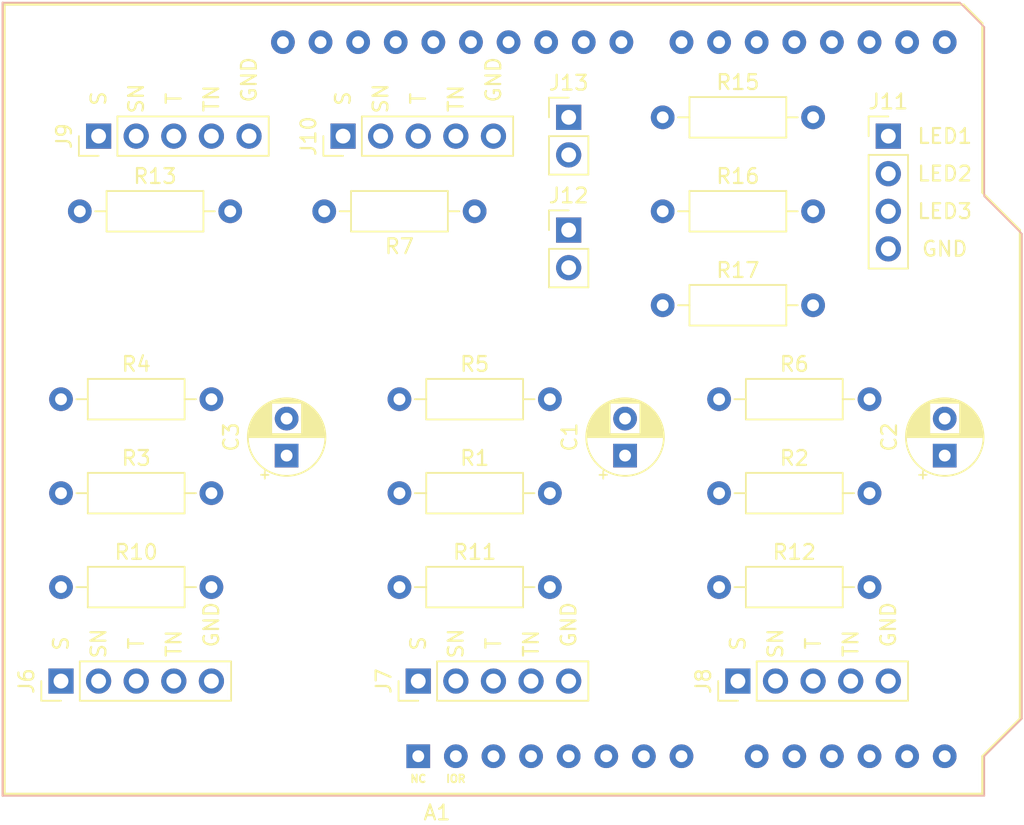
<source format=kicad_pcb>
(kicad_pcb (version 20171130) (host pcbnew 5.1.5-52549c5~84~ubuntu18.04.1)

  (general
    (thickness 1.6)
    (drawings 0)
    (tracks 0)
    (zones 0)
    (modules 26)
    (nets 53)
  )

  (page A4)
  (layers
    (0 F.Cu signal)
    (31 B.Cu signal)
    (32 B.Adhes user)
    (33 F.Adhes user)
    (34 B.Paste user)
    (35 F.Paste user)
    (36 B.SilkS user)
    (37 F.SilkS user)
    (38 B.Mask user)
    (39 F.Mask user)
    (40 Dwgs.User user)
    (41 Cmts.User user)
    (42 Eco1.User user)
    (43 Eco2.User user)
    (44 Edge.Cuts user)
    (45 Margin user)
    (46 B.CrtYd user)
    (47 F.CrtYd user)
    (48 B.Fab user)
    (49 F.Fab user)
  )

  (setup
    (last_trace_width 0.25)
    (trace_clearance 0.2)
    (zone_clearance 0.508)
    (zone_45_only no)
    (trace_min 0.2)
    (via_size 0.8)
    (via_drill 0.4)
    (via_min_size 0.4)
    (via_min_drill 0.3)
    (uvia_size 0.3)
    (uvia_drill 0.1)
    (uvias_allowed no)
    (uvia_min_size 0.2)
    (uvia_min_drill 0.1)
    (edge_width 0.05)
    (segment_width 0.2)
    (pcb_text_width 0.3)
    (pcb_text_size 1.5 1.5)
    (mod_edge_width 0.12)
    (mod_text_size 1 1)
    (mod_text_width 0.15)
    (pad_size 1.524 1.524)
    (pad_drill 0.762)
    (pad_to_mask_clearance 0.051)
    (solder_mask_min_width 0.25)
    (aux_axis_origin 0 0)
    (visible_elements FFFFFF7F)
    (pcbplotparams
      (layerselection 0x010fc_ffffffff)
      (usegerberextensions false)
      (usegerberattributes false)
      (usegerberadvancedattributes false)
      (creategerberjobfile false)
      (excludeedgelayer true)
      (linewidth 0.100000)
      (plotframeref false)
      (viasonmask false)
      (mode 1)
      (useauxorigin false)
      (hpglpennumber 1)
      (hpglpenspeed 20)
      (hpglpendiameter 15.000000)
      (psnegative false)
      (psa4output false)
      (plotreference true)
      (plotvalue true)
      (plotinvisibletext false)
      (padsonsilk false)
      (subtractmaskfromsilk false)
      (outputformat 1)
      (mirror false)
      (drillshape 1)
      (scaleselection 1)
      (outputdirectory ""))
  )

  (net 0 "")
  (net 1 "Net-(A1-Pad16)")
  (net 2 "Net-(A1-Pad15)")
  (net 3 "Net-(A1-Pad30)")
  (net 4 "Net-(A1-Pad14)")
  (net 5 /GND)
  (net 6 "Net-(A1-Pad13)")
  (net 7 "Net-(A1-Pad28)")
  (net 8 "Net-(A1-Pad12)")
  (net 9 "Net-(A1-Pad27)")
  (net 10 "Net-(A1-Pad11)")
  (net 11 "Net-(A1-Pad26)")
  (net 12 "Net-(A1-Pad10)")
  (net 13 "Net-(A1-Pad25)")
  (net 14 "Net-(A1-Pad9)")
  (net 15 "Net-(A1-Pad24)")
  (net 16 "Net-(A1-Pad8)")
  (net 17 "Net-(A1-Pad23)")
  (net 18 "Net-(A1-Pad22)")
  (net 19 "Net-(A1-Pad6)")
  (net 20 "Net-(A1-Pad21)")
  (net 21 /Collector)
  (net 22 "Net-(A1-Pad20)")
  (net 23 "Net-(A1-Pad4)")
  (net 24 /Emitter)
  (net 25 "Net-(A1-Pad3)")
  (net 26 "Net-(A1-Pad18)")
  (net 27 "Net-(A1-Pad2)")
  (net 28 /Data)
  (net 29 "Net-(A1-Pad1)")
  (net 30 "Net-(A1-Pad31)")
  (net 31 "Net-(A1-Pad32)")
  (net 32 "Net-(C1-Pad1)")
  (net 33 "Net-(C2-Pad1)")
  (net 34 "Net-(C3-Pad1)")
  (net 35 "Net-(D1-Pad2)")
  (net 36 "Net-(D2-Pad2)")
  (net 37 "Net-(D3-Pad2)")
  (net 38 "Net-(J6-Pad4)")
  (net 39 "Net-(J6-Pad2)")
  (net 40 "Net-(J6-Pad1)")
  (net 41 "Net-(J7-Pad4)")
  (net 42 "Net-(J7-Pad2)")
  (net 43 "Net-(J7-Pad1)")
  (net 44 "Net-(J8-Pad4)")
  (net 45 "Net-(J8-Pad2)")
  (net 46 "Net-(J8-Pad1)")
  (net 47 "Net-(J9-Pad4)")
  (net 48 "Net-(J9-Pad2)")
  (net 49 "Net-(J10-Pad5)")
  (net 50 "Net-(J10-Pad4)")
  (net 51 "Net-(J10-Pad2)")
  (net 52 "Net-(A1-Pad19)")

  (net_class Default "This is the default net class."
    (clearance 0.2)
    (trace_width 0.25)
    (via_dia 0.8)
    (via_drill 0.4)
    (uvia_dia 0.3)
    (uvia_drill 0.1)
    (add_net /Collector)
    (add_net /Data)
    (add_net /Emitter)
    (add_net /GND)
    (add_net "Net-(A1-Pad1)")
    (add_net "Net-(A1-Pad10)")
    (add_net "Net-(A1-Pad11)")
    (add_net "Net-(A1-Pad12)")
    (add_net "Net-(A1-Pad13)")
    (add_net "Net-(A1-Pad14)")
    (add_net "Net-(A1-Pad15)")
    (add_net "Net-(A1-Pad16)")
    (add_net "Net-(A1-Pad18)")
    (add_net "Net-(A1-Pad19)")
    (add_net "Net-(A1-Pad2)")
    (add_net "Net-(A1-Pad20)")
    (add_net "Net-(A1-Pad21)")
    (add_net "Net-(A1-Pad22)")
    (add_net "Net-(A1-Pad23)")
    (add_net "Net-(A1-Pad24)")
    (add_net "Net-(A1-Pad25)")
    (add_net "Net-(A1-Pad26)")
    (add_net "Net-(A1-Pad27)")
    (add_net "Net-(A1-Pad28)")
    (add_net "Net-(A1-Pad3)")
    (add_net "Net-(A1-Pad30)")
    (add_net "Net-(A1-Pad31)")
    (add_net "Net-(A1-Pad32)")
    (add_net "Net-(A1-Pad4)")
    (add_net "Net-(A1-Pad6)")
    (add_net "Net-(A1-Pad8)")
    (add_net "Net-(A1-Pad9)")
    (add_net "Net-(C1-Pad1)")
    (add_net "Net-(C2-Pad1)")
    (add_net "Net-(C3-Pad1)")
    (add_net "Net-(D1-Pad2)")
    (add_net "Net-(D2-Pad2)")
    (add_net "Net-(D3-Pad2)")
    (add_net "Net-(J10-Pad2)")
    (add_net "Net-(J10-Pad4)")
    (add_net "Net-(J10-Pad5)")
    (add_net "Net-(J6-Pad1)")
    (add_net "Net-(J6-Pad2)")
    (add_net "Net-(J6-Pad4)")
    (add_net "Net-(J7-Pad1)")
    (add_net "Net-(J7-Pad2)")
    (add_net "Net-(J7-Pad4)")
    (add_net "Net-(J8-Pad1)")
    (add_net "Net-(J8-Pad2)")
    (add_net "Net-(J8-Pad4)")
    (add_net "Net-(J9-Pad2)")
    (add_net "Net-(J9-Pad4)")
  )

  (net_class 20 ""
    (clearance 0.2)
    (trace_width 0.508)
    (via_dia 0.8)
    (via_drill 0.4)
    (uvia_dia 0.3)
    (uvia_drill 0.1)
  )

  (module Connector_PinHeader_2.54mm:PinHeader_1x02_P2.54mm_Vertical (layer F.Cu) (tedit 59FED5CC) (tstamp 5E4864C9)
    (at 144.78 66.04)
    (descr "Through hole straight pin header, 1x02, 2.54mm pitch, single row")
    (tags "Through hole pin header THT 1x02 2.54mm single row")
    (path /5E4D0334)
    (fp_text reference J13 (at 0 -2.33) (layer F.SilkS)
      (effects (font (size 1 1) (thickness 0.15)))
    )
    (fp_text value Conn_01x02_Male (at 0 4.87 90) (layer F.Fab) hide
      (effects (font (size 1 1) (thickness 0.15)))
    )
    (fp_text user %R (at 0 1.27 90) (layer F.Fab)
      (effects (font (size 1 1) (thickness 0.15)))
    )
    (fp_line (start 1.8 -1.8) (end -1.8 -1.8) (layer F.CrtYd) (width 0.05))
    (fp_line (start 1.8 4.35) (end 1.8 -1.8) (layer F.CrtYd) (width 0.05))
    (fp_line (start -1.8 4.35) (end 1.8 4.35) (layer F.CrtYd) (width 0.05))
    (fp_line (start -1.8 -1.8) (end -1.8 4.35) (layer F.CrtYd) (width 0.05))
    (fp_line (start -1.33 -1.33) (end 0 -1.33) (layer F.SilkS) (width 0.12))
    (fp_line (start -1.33 0) (end -1.33 -1.33) (layer F.SilkS) (width 0.12))
    (fp_line (start -1.33 1.27) (end 1.33 1.27) (layer F.SilkS) (width 0.12))
    (fp_line (start 1.33 1.27) (end 1.33 3.87) (layer F.SilkS) (width 0.12))
    (fp_line (start -1.33 1.27) (end -1.33 3.87) (layer F.SilkS) (width 0.12))
    (fp_line (start -1.33 3.87) (end 1.33 3.87) (layer F.SilkS) (width 0.12))
    (fp_line (start -1.27 -0.635) (end -0.635 -1.27) (layer F.Fab) (width 0.1))
    (fp_line (start -1.27 3.81) (end -1.27 -0.635) (layer F.Fab) (width 0.1))
    (fp_line (start 1.27 3.81) (end -1.27 3.81) (layer F.Fab) (width 0.1))
    (fp_line (start 1.27 -1.27) (end 1.27 3.81) (layer F.Fab) (width 0.1))
    (fp_line (start -0.635 -1.27) (end 1.27 -1.27) (layer F.Fab) (width 0.1))
    (pad 2 thru_hole oval (at 0 2.54) (size 1.7 1.7) (drill 1) (layers *.Cu *.Mask)
      (net 24 /Emitter))
    (pad 1 thru_hole rect (at 0 0) (size 1.7 1.7) (drill 1) (layers *.Cu *.Mask)
      (net 52 "Net-(A1-Pad19)"))
    (model ${KISYS3DMOD}/Connector_PinHeader_2.54mm.3dshapes/PinHeader_1x02_P2.54mm_Vertical.wrl
      (at (xyz 0 0 0))
      (scale (xyz 1 1 1))
      (rotate (xyz 0 0 0))
    )
  )

  (module Connector_PinHeader_2.54mm:PinHeader_1x02_P2.54mm_Vertical (layer F.Cu) (tedit 59FED5CC) (tstamp 5E4864B3)
    (at 144.78 73.66)
    (descr "Through hole straight pin header, 1x02, 2.54mm pitch, single row")
    (tags "Through hole pin header THT 1x02 2.54mm single row")
    (path /5E4F32DC)
    (fp_text reference J12 (at 0 -2.33) (layer F.SilkS)
      (effects (font (size 1 1) (thickness 0.15)))
    )
    (fp_text value Conn_01x02_Male (at 0 4.87) (layer F.Fab) hide
      (effects (font (size 1 1) (thickness 0.15)))
    )
    (fp_text user %R (at 0 1.27 90) (layer F.Fab)
      (effects (font (size 1 1) (thickness 0.15)))
    )
    (fp_line (start 1.8 -1.8) (end -1.8 -1.8) (layer F.CrtYd) (width 0.05))
    (fp_line (start 1.8 4.35) (end 1.8 -1.8) (layer F.CrtYd) (width 0.05))
    (fp_line (start -1.8 4.35) (end 1.8 4.35) (layer F.CrtYd) (width 0.05))
    (fp_line (start -1.8 -1.8) (end -1.8 4.35) (layer F.CrtYd) (width 0.05))
    (fp_line (start -1.33 -1.33) (end 0 -1.33) (layer F.SilkS) (width 0.12))
    (fp_line (start -1.33 0) (end -1.33 -1.33) (layer F.SilkS) (width 0.12))
    (fp_line (start -1.33 1.27) (end 1.33 1.27) (layer F.SilkS) (width 0.12))
    (fp_line (start 1.33 1.27) (end 1.33 3.87) (layer F.SilkS) (width 0.12))
    (fp_line (start -1.33 1.27) (end -1.33 3.87) (layer F.SilkS) (width 0.12))
    (fp_line (start -1.33 3.87) (end 1.33 3.87) (layer F.SilkS) (width 0.12))
    (fp_line (start -1.27 -0.635) (end -0.635 -1.27) (layer F.Fab) (width 0.1))
    (fp_line (start -1.27 3.81) (end -1.27 -0.635) (layer F.Fab) (width 0.1))
    (fp_line (start 1.27 3.81) (end -1.27 3.81) (layer F.Fab) (width 0.1))
    (fp_line (start 1.27 -1.27) (end 1.27 3.81) (layer F.Fab) (width 0.1))
    (fp_line (start -0.635 -1.27) (end 1.27 -1.27) (layer F.Fab) (width 0.1))
    (pad 2 thru_hole oval (at 0 2.54) (size 1.7 1.7) (drill 1) (layers *.Cu *.Mask)
      (net 12 "Net-(A1-Pad10)"))
    (pad 1 thru_hole rect (at 0 0) (size 1.7 1.7) (drill 1) (layers *.Cu *.Mask)
      (net 24 /Emitter))
    (model ${KISYS3DMOD}/Connector_PinHeader_2.54mm.3dshapes/PinHeader_1x02_P2.54mm_Vertical.wrl
      (at (xyz 0 0 0))
      (scale (xyz 1 1 1))
      (rotate (xyz 0 0 0))
    )
  )

  (module Resistor_THT:R_Axial_DIN0207_L6.3mm_D2.5mm_P10.16mm_Horizontal (layer F.Cu) (tedit 5AE5139B) (tstamp 5E48498E)
    (at 151.13 78.74)
    (descr "Resistor, Axial_DIN0207 series, Axial, Horizontal, pin pitch=10.16mm, 0.25W = 1/4W, length*diameter=6.3*2.5mm^2, http://cdn-reichelt.de/documents/datenblatt/B400/1_4W%23YAG.pdf")
    (tags "Resistor Axial_DIN0207 series Axial Horizontal pin pitch 10.16mm 0.25W = 1/4W length 6.3mm diameter 2.5mm")
    (path /5E53F657)
    (fp_text reference R17 (at 5.08 -2.37) (layer F.SilkS)
      (effects (font (size 1 1) (thickness 0.15)))
    )
    (fp_text value 220R (at 5.08 2.37) (layer F.Fab)
      (effects (font (size 1 1) (thickness 0.15)))
    )
    (fp_text user %R (at 5.08 0) (layer F.Fab)
      (effects (font (size 1 1) (thickness 0.15)))
    )
    (fp_line (start 11.21 -1.5) (end -1.05 -1.5) (layer F.CrtYd) (width 0.05))
    (fp_line (start 11.21 1.5) (end 11.21 -1.5) (layer F.CrtYd) (width 0.05))
    (fp_line (start -1.05 1.5) (end 11.21 1.5) (layer F.CrtYd) (width 0.05))
    (fp_line (start -1.05 -1.5) (end -1.05 1.5) (layer F.CrtYd) (width 0.05))
    (fp_line (start 9.12 0) (end 8.35 0) (layer F.SilkS) (width 0.12))
    (fp_line (start 1.04 0) (end 1.81 0) (layer F.SilkS) (width 0.12))
    (fp_line (start 8.35 -1.37) (end 1.81 -1.37) (layer F.SilkS) (width 0.12))
    (fp_line (start 8.35 1.37) (end 8.35 -1.37) (layer F.SilkS) (width 0.12))
    (fp_line (start 1.81 1.37) (end 8.35 1.37) (layer F.SilkS) (width 0.12))
    (fp_line (start 1.81 -1.37) (end 1.81 1.37) (layer F.SilkS) (width 0.12))
    (fp_line (start 10.16 0) (end 8.23 0) (layer F.Fab) (width 0.1))
    (fp_line (start 0 0) (end 1.93 0) (layer F.Fab) (width 0.1))
    (fp_line (start 8.23 -1.25) (end 1.93 -1.25) (layer F.Fab) (width 0.1))
    (fp_line (start 8.23 1.25) (end 8.23 -1.25) (layer F.Fab) (width 0.1))
    (fp_line (start 1.93 1.25) (end 8.23 1.25) (layer F.Fab) (width 0.1))
    (fp_line (start 1.93 -1.25) (end 1.93 1.25) (layer F.Fab) (width 0.1))
    (pad 2 thru_hole oval (at 10.16 0) (size 1.6 1.6) (drill 0.8) (layers *.Cu *.Mask)
      (net 37 "Net-(D3-Pad2)"))
    (pad 1 thru_hole circle (at 0 0) (size 1.6 1.6) (drill 0.8) (layers *.Cu *.Mask)
      (net 15 "Net-(A1-Pad24)"))
    (model ${KISYS3DMOD}/Resistor_THT.3dshapes/R_Axial_DIN0207_L6.3mm_D2.5mm_P10.16mm_Horizontal.wrl
      (at (xyz 0 0 0))
      (scale (xyz 1 1 1))
      (rotate (xyz 0 0 0))
    )
  )

  (module Resistor_THT:R_Axial_DIN0207_L6.3mm_D2.5mm_P10.16mm_Horizontal (layer F.Cu) (tedit 5AE5139B) (tstamp 5E484977)
    (at 151.13 72.39)
    (descr "Resistor, Axial_DIN0207 series, Axial, Horizontal, pin pitch=10.16mm, 0.25W = 1/4W, length*diameter=6.3*2.5mm^2, http://cdn-reichelt.de/documents/datenblatt/B400/1_4W%23YAG.pdf")
    (tags "Resistor Axial_DIN0207 series Axial Horizontal pin pitch 10.16mm 0.25W = 1/4W length 6.3mm diameter 2.5mm")
    (path /5E53C70A)
    (fp_text reference R16 (at 5.08 -2.37) (layer F.SilkS)
      (effects (font (size 1 1) (thickness 0.15)))
    )
    (fp_text value 220R (at 5.08 2.37) (layer F.Fab)
      (effects (font (size 1 1) (thickness 0.15)))
    )
    (fp_text user %R (at 5.08 0) (layer F.Fab)
      (effects (font (size 1 1) (thickness 0.15)))
    )
    (fp_line (start 11.21 -1.5) (end -1.05 -1.5) (layer F.CrtYd) (width 0.05))
    (fp_line (start 11.21 1.5) (end 11.21 -1.5) (layer F.CrtYd) (width 0.05))
    (fp_line (start -1.05 1.5) (end 11.21 1.5) (layer F.CrtYd) (width 0.05))
    (fp_line (start -1.05 -1.5) (end -1.05 1.5) (layer F.CrtYd) (width 0.05))
    (fp_line (start 9.12 0) (end 8.35 0) (layer F.SilkS) (width 0.12))
    (fp_line (start 1.04 0) (end 1.81 0) (layer F.SilkS) (width 0.12))
    (fp_line (start 8.35 -1.37) (end 1.81 -1.37) (layer F.SilkS) (width 0.12))
    (fp_line (start 8.35 1.37) (end 8.35 -1.37) (layer F.SilkS) (width 0.12))
    (fp_line (start 1.81 1.37) (end 8.35 1.37) (layer F.SilkS) (width 0.12))
    (fp_line (start 1.81 -1.37) (end 1.81 1.37) (layer F.SilkS) (width 0.12))
    (fp_line (start 10.16 0) (end 8.23 0) (layer F.Fab) (width 0.1))
    (fp_line (start 0 0) (end 1.93 0) (layer F.Fab) (width 0.1))
    (fp_line (start 8.23 -1.25) (end 1.93 -1.25) (layer F.Fab) (width 0.1))
    (fp_line (start 8.23 1.25) (end 8.23 -1.25) (layer F.Fab) (width 0.1))
    (fp_line (start 1.93 1.25) (end 8.23 1.25) (layer F.Fab) (width 0.1))
    (fp_line (start 1.93 -1.25) (end 1.93 1.25) (layer F.Fab) (width 0.1))
    (pad 2 thru_hole oval (at 10.16 0) (size 1.6 1.6) (drill 0.8) (layers *.Cu *.Mask)
      (net 36 "Net-(D2-Pad2)"))
    (pad 1 thru_hole circle (at 0 0) (size 1.6 1.6) (drill 0.8) (layers *.Cu *.Mask)
      (net 17 "Net-(A1-Pad23)"))
    (model ${KISYS3DMOD}/Resistor_THT.3dshapes/R_Axial_DIN0207_L6.3mm_D2.5mm_P10.16mm_Horizontal.wrl
      (at (xyz 0 0 0))
      (scale (xyz 1 1 1))
      (rotate (xyz 0 0 0))
    )
  )

  (module Resistor_THT:R_Axial_DIN0207_L6.3mm_D2.5mm_P10.16mm_Horizontal (layer F.Cu) (tedit 5AE5139B) (tstamp 5E484960)
    (at 151.13 66.04)
    (descr "Resistor, Axial_DIN0207 series, Axial, Horizontal, pin pitch=10.16mm, 0.25W = 1/4W, length*diameter=6.3*2.5mm^2, http://cdn-reichelt.de/documents/datenblatt/B400/1_4W%23YAG.pdf")
    (tags "Resistor Axial_DIN0207 series Axial Horizontal pin pitch 10.16mm 0.25W = 1/4W length 6.3mm diameter 2.5mm")
    (path /5E53B609)
    (fp_text reference R15 (at 5.08 -2.37) (layer F.SilkS)
      (effects (font (size 1 1) (thickness 0.15)))
    )
    (fp_text value 220R (at 5.08 2.37) (layer F.Fab)
      (effects (font (size 1 1) (thickness 0.15)))
    )
    (fp_text user %R (at 5.08 0) (layer F.Fab)
      (effects (font (size 1 1) (thickness 0.15)))
    )
    (fp_line (start 11.21 -1.5) (end -1.05 -1.5) (layer F.CrtYd) (width 0.05))
    (fp_line (start 11.21 1.5) (end 11.21 -1.5) (layer F.CrtYd) (width 0.05))
    (fp_line (start -1.05 1.5) (end 11.21 1.5) (layer F.CrtYd) (width 0.05))
    (fp_line (start -1.05 -1.5) (end -1.05 1.5) (layer F.CrtYd) (width 0.05))
    (fp_line (start 9.12 0) (end 8.35 0) (layer F.SilkS) (width 0.12))
    (fp_line (start 1.04 0) (end 1.81 0) (layer F.SilkS) (width 0.12))
    (fp_line (start 8.35 -1.37) (end 1.81 -1.37) (layer F.SilkS) (width 0.12))
    (fp_line (start 8.35 1.37) (end 8.35 -1.37) (layer F.SilkS) (width 0.12))
    (fp_line (start 1.81 1.37) (end 8.35 1.37) (layer F.SilkS) (width 0.12))
    (fp_line (start 1.81 -1.37) (end 1.81 1.37) (layer F.SilkS) (width 0.12))
    (fp_line (start 10.16 0) (end 8.23 0) (layer F.Fab) (width 0.1))
    (fp_line (start 0 0) (end 1.93 0) (layer F.Fab) (width 0.1))
    (fp_line (start 8.23 -1.25) (end 1.93 -1.25) (layer F.Fab) (width 0.1))
    (fp_line (start 8.23 1.25) (end 8.23 -1.25) (layer F.Fab) (width 0.1))
    (fp_line (start 1.93 1.25) (end 8.23 1.25) (layer F.Fab) (width 0.1))
    (fp_line (start 1.93 -1.25) (end 1.93 1.25) (layer F.Fab) (width 0.1))
    (pad 2 thru_hole oval (at 10.16 0) (size 1.6 1.6) (drill 0.8) (layers *.Cu *.Mask)
      (net 35 "Net-(D1-Pad2)"))
    (pad 1 thru_hole circle (at 0 0) (size 1.6 1.6) (drill 0.8) (layers *.Cu *.Mask)
      (net 18 "Net-(A1-Pad22)"))
    (model ${KISYS3DMOD}/Resistor_THT.3dshapes/R_Axial_DIN0207_L6.3mm_D2.5mm_P10.16mm_Horizontal.wrl
      (at (xyz 0 0 0))
      (scale (xyz 1 1 1))
      (rotate (xyz 0 0 0))
    )
  )

  (module Resistor_THT:R_Axial_DIN0207_L6.3mm_D2.5mm_P10.16mm_Horizontal (layer F.Cu) (tedit 5AE5139B) (tstamp 5E484949)
    (at 111.76 72.39)
    (descr "Resistor, Axial_DIN0207 series, Axial, Horizontal, pin pitch=10.16mm, 0.25W = 1/4W, length*diameter=6.3*2.5mm^2, http://cdn-reichelt.de/documents/datenblatt/B400/1_4W%23YAG.pdf")
    (tags "Resistor Axial_DIN0207 series Axial Horizontal pin pitch 10.16mm 0.25W = 1/4W length 6.3mm diameter 2.5mm")
    (path /5E4F8DCE)
    (fp_text reference R13 (at 5.08 -2.37) (layer F.SilkS)
      (effects (font (size 1 1) (thickness 0.15)))
    )
    (fp_text value 4.7k (at 5.08 2.37) (layer F.Fab)
      (effects (font (size 1 1) (thickness 0.15)))
    )
    (fp_text user %R (at 5.08 0) (layer F.Fab)
      (effects (font (size 1 1) (thickness 0.15)))
    )
    (fp_line (start 11.21 -1.5) (end -1.05 -1.5) (layer F.CrtYd) (width 0.05))
    (fp_line (start 11.21 1.5) (end 11.21 -1.5) (layer F.CrtYd) (width 0.05))
    (fp_line (start -1.05 1.5) (end 11.21 1.5) (layer F.CrtYd) (width 0.05))
    (fp_line (start -1.05 -1.5) (end -1.05 1.5) (layer F.CrtYd) (width 0.05))
    (fp_line (start 9.12 0) (end 8.35 0) (layer F.SilkS) (width 0.12))
    (fp_line (start 1.04 0) (end 1.81 0) (layer F.SilkS) (width 0.12))
    (fp_line (start 8.35 -1.37) (end 1.81 -1.37) (layer F.SilkS) (width 0.12))
    (fp_line (start 8.35 1.37) (end 8.35 -1.37) (layer F.SilkS) (width 0.12))
    (fp_line (start 1.81 1.37) (end 8.35 1.37) (layer F.SilkS) (width 0.12))
    (fp_line (start 1.81 -1.37) (end 1.81 1.37) (layer F.SilkS) (width 0.12))
    (fp_line (start 10.16 0) (end 8.23 0) (layer F.Fab) (width 0.1))
    (fp_line (start 0 0) (end 1.93 0) (layer F.Fab) (width 0.1))
    (fp_line (start 8.23 -1.25) (end 1.93 -1.25) (layer F.Fab) (width 0.1))
    (fp_line (start 8.23 1.25) (end 8.23 -1.25) (layer F.Fab) (width 0.1))
    (fp_line (start 1.93 1.25) (end 8.23 1.25) (layer F.Fab) (width 0.1))
    (fp_line (start 1.93 -1.25) (end 1.93 1.25) (layer F.Fab) (width 0.1))
    (pad 2 thru_hole oval (at 10.16 0) (size 1.6 1.6) (drill 0.8) (layers *.Cu *.Mask)
      (net 21 /Collector))
    (pad 1 thru_hole circle (at 0 0) (size 1.6 1.6) (drill 0.8) (layers *.Cu *.Mask)
      (net 28 /Data))
    (model ${KISYS3DMOD}/Resistor_THT.3dshapes/R_Axial_DIN0207_L6.3mm_D2.5mm_P10.16mm_Horizontal.wrl
      (at (xyz 0 0 0))
      (scale (xyz 1 1 1))
      (rotate (xyz 0 0 0))
    )
  )

  (module Resistor_THT:R_Axial_DIN0207_L6.3mm_D2.5mm_P10.16mm_Horizontal (layer F.Cu) (tedit 5AE5139B) (tstamp 5E484932)
    (at 154.94 97.79)
    (descr "Resistor, Axial_DIN0207 series, Axial, Horizontal, pin pitch=10.16mm, 0.25W = 1/4W, length*diameter=6.3*2.5mm^2, http://cdn-reichelt.de/documents/datenblatt/B400/1_4W%23YAG.pdf")
    (tags "Resistor Axial_DIN0207 series Axial Horizontal pin pitch 10.16mm 0.25W = 1/4W length 6.3mm diameter 2.5mm")
    (path /5E490841)
    (fp_text reference R12 (at 5.08 -2.37) (layer F.SilkS)
      (effects (font (size 1 1) (thickness 0.15)))
    )
    (fp_text value 33R (at 5.08 2.37) (layer F.Fab)
      (effects (font (size 1 1) (thickness 0.15)))
    )
    (fp_text user %R (at 5.08 0) (layer F.Fab)
      (effects (font (size 1 1) (thickness 0.15)))
    )
    (fp_line (start 11.21 -1.5) (end -1.05 -1.5) (layer F.CrtYd) (width 0.05))
    (fp_line (start 11.21 1.5) (end 11.21 -1.5) (layer F.CrtYd) (width 0.05))
    (fp_line (start -1.05 1.5) (end 11.21 1.5) (layer F.CrtYd) (width 0.05))
    (fp_line (start -1.05 -1.5) (end -1.05 1.5) (layer F.CrtYd) (width 0.05))
    (fp_line (start 9.12 0) (end 8.35 0) (layer F.SilkS) (width 0.12))
    (fp_line (start 1.04 0) (end 1.81 0) (layer F.SilkS) (width 0.12))
    (fp_line (start 8.35 -1.37) (end 1.81 -1.37) (layer F.SilkS) (width 0.12))
    (fp_line (start 8.35 1.37) (end 8.35 -1.37) (layer F.SilkS) (width 0.12))
    (fp_line (start 1.81 1.37) (end 8.35 1.37) (layer F.SilkS) (width 0.12))
    (fp_line (start 1.81 -1.37) (end 1.81 1.37) (layer F.SilkS) (width 0.12))
    (fp_line (start 10.16 0) (end 8.23 0) (layer F.Fab) (width 0.1))
    (fp_line (start 0 0) (end 1.93 0) (layer F.Fab) (width 0.1))
    (fp_line (start 8.23 -1.25) (end 1.93 -1.25) (layer F.Fab) (width 0.1))
    (fp_line (start 8.23 1.25) (end 8.23 -1.25) (layer F.Fab) (width 0.1))
    (fp_line (start 1.93 1.25) (end 8.23 1.25) (layer F.Fab) (width 0.1))
    (fp_line (start 1.93 -1.25) (end 1.93 1.25) (layer F.Fab) (width 0.1))
    (pad 2 thru_hole oval (at 10.16 0) (size 1.6 1.6) (drill 0.8) (layers *.Cu *.Mask)
      (net 33 "Net-(C2-Pad1)"))
    (pad 1 thru_hole circle (at 0 0) (size 1.6 1.6) (drill 0.8) (layers *.Cu *.Mask)
      (net 6 "Net-(A1-Pad13)"))
    (model ${KISYS3DMOD}/Resistor_THT.3dshapes/R_Axial_DIN0207_L6.3mm_D2.5mm_P10.16mm_Horizontal.wrl
      (at (xyz 0 0 0))
      (scale (xyz 1 1 1))
      (rotate (xyz 0 0 0))
    )
  )

  (module Resistor_THT:R_Axial_DIN0207_L6.3mm_D2.5mm_P10.16mm_Horizontal (layer F.Cu) (tedit 5AE5139B) (tstamp 5E48491B)
    (at 133.35 97.79)
    (descr "Resistor, Axial_DIN0207 series, Axial, Horizontal, pin pitch=10.16mm, 0.25W = 1/4W, length*diameter=6.3*2.5mm^2, http://cdn-reichelt.de/documents/datenblatt/B400/1_4W%23YAG.pdf")
    (tags "Resistor Axial_DIN0207 series Axial Horizontal pin pitch 10.16mm 0.25W = 1/4W length 6.3mm diameter 2.5mm")
    (path /5E469BEF)
    (fp_text reference R11 (at 5.08 -2.37) (layer F.SilkS)
      (effects (font (size 1 1) (thickness 0.15)))
    )
    (fp_text value 33R (at 5.08 2.37) (layer F.Fab)
      (effects (font (size 1 1) (thickness 0.15)))
    )
    (fp_text user %R (at 5.08 0) (layer F.Fab)
      (effects (font (size 1 1) (thickness 0.15)))
    )
    (fp_line (start 11.21 -1.5) (end -1.05 -1.5) (layer F.CrtYd) (width 0.05))
    (fp_line (start 11.21 1.5) (end 11.21 -1.5) (layer F.CrtYd) (width 0.05))
    (fp_line (start -1.05 1.5) (end 11.21 1.5) (layer F.CrtYd) (width 0.05))
    (fp_line (start -1.05 -1.5) (end -1.05 1.5) (layer F.CrtYd) (width 0.05))
    (fp_line (start 9.12 0) (end 8.35 0) (layer F.SilkS) (width 0.12))
    (fp_line (start 1.04 0) (end 1.81 0) (layer F.SilkS) (width 0.12))
    (fp_line (start 8.35 -1.37) (end 1.81 -1.37) (layer F.SilkS) (width 0.12))
    (fp_line (start 8.35 1.37) (end 8.35 -1.37) (layer F.SilkS) (width 0.12))
    (fp_line (start 1.81 1.37) (end 8.35 1.37) (layer F.SilkS) (width 0.12))
    (fp_line (start 1.81 -1.37) (end 1.81 1.37) (layer F.SilkS) (width 0.12))
    (fp_line (start 10.16 0) (end 8.23 0) (layer F.Fab) (width 0.1))
    (fp_line (start 0 0) (end 1.93 0) (layer F.Fab) (width 0.1))
    (fp_line (start 8.23 -1.25) (end 1.93 -1.25) (layer F.Fab) (width 0.1))
    (fp_line (start 8.23 1.25) (end 8.23 -1.25) (layer F.Fab) (width 0.1))
    (fp_line (start 1.93 1.25) (end 8.23 1.25) (layer F.Fab) (width 0.1))
    (fp_line (start 1.93 -1.25) (end 1.93 1.25) (layer F.Fab) (width 0.1))
    (pad 2 thru_hole oval (at 10.16 0) (size 1.6 1.6) (drill 0.8) (layers *.Cu *.Mask)
      (net 32 "Net-(C1-Pad1)"))
    (pad 1 thru_hole circle (at 0 0) (size 1.6 1.6) (drill 0.8) (layers *.Cu *.Mask)
      (net 8 "Net-(A1-Pad12)"))
    (model ${KISYS3DMOD}/Resistor_THT.3dshapes/R_Axial_DIN0207_L6.3mm_D2.5mm_P10.16mm_Horizontal.wrl
      (at (xyz 0 0 0))
      (scale (xyz 1 1 1))
      (rotate (xyz 0 0 0))
    )
  )

  (module Resistor_THT:R_Axial_DIN0207_L6.3mm_D2.5mm_P10.16mm_Horizontal (layer F.Cu) (tedit 5AE5139B) (tstamp 5E484904)
    (at 110.49 97.79)
    (descr "Resistor, Axial_DIN0207 series, Axial, Horizontal, pin pitch=10.16mm, 0.25W = 1/4W, length*diameter=6.3*2.5mm^2, http://cdn-reichelt.de/documents/datenblatt/B400/1_4W%23YAG.pdf")
    (tags "Resistor Axial_DIN0207 series Axial Horizontal pin pitch 10.16mm 0.25W = 1/4W length 6.3mm diameter 2.5mm")
    (path /5E42DB7E)
    (fp_text reference R10 (at 5.08 -2.37) (layer F.SilkS)
      (effects (font (size 1 1) (thickness 0.15)))
    )
    (fp_text value 33R (at 5.08 2.37) (layer F.Fab)
      (effects (font (size 1 1) (thickness 0.15)))
    )
    (fp_text user %R (at 5.08 0) (layer F.Fab)
      (effects (font (size 1 1) (thickness 0.15)))
    )
    (fp_line (start 11.21 -1.5) (end -1.05 -1.5) (layer F.CrtYd) (width 0.05))
    (fp_line (start 11.21 1.5) (end 11.21 -1.5) (layer F.CrtYd) (width 0.05))
    (fp_line (start -1.05 1.5) (end 11.21 1.5) (layer F.CrtYd) (width 0.05))
    (fp_line (start -1.05 -1.5) (end -1.05 1.5) (layer F.CrtYd) (width 0.05))
    (fp_line (start 9.12 0) (end 8.35 0) (layer F.SilkS) (width 0.12))
    (fp_line (start 1.04 0) (end 1.81 0) (layer F.SilkS) (width 0.12))
    (fp_line (start 8.35 -1.37) (end 1.81 -1.37) (layer F.SilkS) (width 0.12))
    (fp_line (start 8.35 1.37) (end 8.35 -1.37) (layer F.SilkS) (width 0.12))
    (fp_line (start 1.81 1.37) (end 8.35 1.37) (layer F.SilkS) (width 0.12))
    (fp_line (start 1.81 -1.37) (end 1.81 1.37) (layer F.SilkS) (width 0.12))
    (fp_line (start 10.16 0) (end 8.23 0) (layer F.Fab) (width 0.1))
    (fp_line (start 0 0) (end 1.93 0) (layer F.Fab) (width 0.1))
    (fp_line (start 8.23 -1.25) (end 1.93 -1.25) (layer F.Fab) (width 0.1))
    (fp_line (start 8.23 1.25) (end 8.23 -1.25) (layer F.Fab) (width 0.1))
    (fp_line (start 1.93 1.25) (end 8.23 1.25) (layer F.Fab) (width 0.1))
    (fp_line (start 1.93 -1.25) (end 1.93 1.25) (layer F.Fab) (width 0.1))
    (pad 2 thru_hole oval (at 10.16 0) (size 1.6 1.6) (drill 0.8) (layers *.Cu *.Mask)
      (net 34 "Net-(C3-Pad1)"))
    (pad 1 thru_hole circle (at 0 0) (size 1.6 1.6) (drill 0.8) (layers *.Cu *.Mask)
      (net 10 "Net-(A1-Pad11)"))
    (model ${KISYS3DMOD}/Resistor_THT.3dshapes/R_Axial_DIN0207_L6.3mm_D2.5mm_P10.16mm_Horizontal.wrl
      (at (xyz 0 0 0))
      (scale (xyz 1 1 1))
      (rotate (xyz 0 0 0))
    )
  )

  (module Resistor_THT:R_Axial_DIN0207_L6.3mm_D2.5mm_P10.16mm_Horizontal (layer F.Cu) (tedit 5AE5139B) (tstamp 5E4848ED)
    (at 138.43 72.39 180)
    (descr "Resistor, Axial_DIN0207 series, Axial, Horizontal, pin pitch=10.16mm, 0.25W = 1/4W, length*diameter=6.3*2.5mm^2, http://cdn-reichelt.de/documents/datenblatt/B400/1_4W%23YAG.pdf")
    (tags "Resistor Axial_DIN0207 series Axial Horizontal pin pitch 10.16mm 0.25W = 1/4W length 6.3mm diameter 2.5mm")
    (path /5E613A8C)
    (fp_text reference R7 (at 5.08 -2.37) (layer F.SilkS)
      (effects (font (size 1 1) (thickness 0.15)))
    )
    (fp_text value 1k (at 5.08 2.37) (layer F.Fab)
      (effects (font (size 1 1) (thickness 0.15)))
    )
    (fp_text user %R (at 5.08 0) (layer F.Fab)
      (effects (font (size 1 1) (thickness 0.15)))
    )
    (fp_line (start 11.21 -1.5) (end -1.05 -1.5) (layer F.CrtYd) (width 0.05))
    (fp_line (start 11.21 1.5) (end 11.21 -1.5) (layer F.CrtYd) (width 0.05))
    (fp_line (start -1.05 1.5) (end 11.21 1.5) (layer F.CrtYd) (width 0.05))
    (fp_line (start -1.05 -1.5) (end -1.05 1.5) (layer F.CrtYd) (width 0.05))
    (fp_line (start 9.12 0) (end 8.35 0) (layer F.SilkS) (width 0.12))
    (fp_line (start 1.04 0) (end 1.81 0) (layer F.SilkS) (width 0.12))
    (fp_line (start 8.35 -1.37) (end 1.81 -1.37) (layer F.SilkS) (width 0.12))
    (fp_line (start 8.35 1.37) (end 8.35 -1.37) (layer F.SilkS) (width 0.12))
    (fp_line (start 1.81 1.37) (end 8.35 1.37) (layer F.SilkS) (width 0.12))
    (fp_line (start 1.81 -1.37) (end 1.81 1.37) (layer F.SilkS) (width 0.12))
    (fp_line (start 10.16 0) (end 8.23 0) (layer F.Fab) (width 0.1))
    (fp_line (start 0 0) (end 1.93 0) (layer F.Fab) (width 0.1))
    (fp_line (start 8.23 -1.25) (end 1.93 -1.25) (layer F.Fab) (width 0.1))
    (fp_line (start 8.23 1.25) (end 8.23 -1.25) (layer F.Fab) (width 0.1))
    (fp_line (start 1.93 1.25) (end 8.23 1.25) (layer F.Fab) (width 0.1))
    (fp_line (start 1.93 -1.25) (end 1.93 1.25) (layer F.Fab) (width 0.1))
    (pad 2 thru_hole oval (at 10.16 0 180) (size 1.6 1.6) (drill 0.8) (layers *.Cu *.Mask)
      (net 24 /Emitter))
    (pad 1 thru_hole circle (at 0 0 180) (size 1.6 1.6) (drill 0.8) (layers *.Cu *.Mask)
      (net 5 /GND))
    (model ${KISYS3DMOD}/Resistor_THT.3dshapes/R_Axial_DIN0207_L6.3mm_D2.5mm_P10.16mm_Horizontal.wrl
      (at (xyz 0 0 0))
      (scale (xyz 1 1 1))
      (rotate (xyz 0 0 0))
    )
  )

  (module Resistor_THT:R_Axial_DIN0207_L6.3mm_D2.5mm_P10.16mm_Horizontal (layer F.Cu) (tedit 5AE5139B) (tstamp 5E4848D6)
    (at 154.94 85.09)
    (descr "Resistor, Axial_DIN0207 series, Axial, Horizontal, pin pitch=10.16mm, 0.25W = 1/4W, length*diameter=6.3*2.5mm^2, http://cdn-reichelt.de/documents/datenblatt/B400/1_4W%23YAG.pdf")
    (tags "Resistor Axial_DIN0207 series Axial Horizontal pin pitch 10.16mm 0.25W = 1/4W length 6.3mm diameter 2.5mm")
    (path /5E4A0502)
    (fp_text reference R6 (at 5.08 -2.37) (layer F.SilkS)
      (effects (font (size 1 1) (thickness 0.15)))
    )
    (fp_text value 100k (at 5.08 2.37) (layer F.Fab)
      (effects (font (size 1 1) (thickness 0.15)))
    )
    (fp_text user %R (at 5.08 0) (layer F.Fab)
      (effects (font (size 1 1) (thickness 0.15)))
    )
    (fp_line (start 11.21 -1.5) (end -1.05 -1.5) (layer F.CrtYd) (width 0.05))
    (fp_line (start 11.21 1.5) (end 11.21 -1.5) (layer F.CrtYd) (width 0.05))
    (fp_line (start -1.05 1.5) (end 11.21 1.5) (layer F.CrtYd) (width 0.05))
    (fp_line (start -1.05 -1.5) (end -1.05 1.5) (layer F.CrtYd) (width 0.05))
    (fp_line (start 9.12 0) (end 8.35 0) (layer F.SilkS) (width 0.12))
    (fp_line (start 1.04 0) (end 1.81 0) (layer F.SilkS) (width 0.12))
    (fp_line (start 8.35 -1.37) (end 1.81 -1.37) (layer F.SilkS) (width 0.12))
    (fp_line (start 8.35 1.37) (end 8.35 -1.37) (layer F.SilkS) (width 0.12))
    (fp_line (start 1.81 1.37) (end 8.35 1.37) (layer F.SilkS) (width 0.12))
    (fp_line (start 1.81 -1.37) (end 1.81 1.37) (layer F.SilkS) (width 0.12))
    (fp_line (start 10.16 0) (end 8.23 0) (layer F.Fab) (width 0.1))
    (fp_line (start 0 0) (end 1.93 0) (layer F.Fab) (width 0.1))
    (fp_line (start 8.23 -1.25) (end 1.93 -1.25) (layer F.Fab) (width 0.1))
    (fp_line (start 8.23 1.25) (end 8.23 -1.25) (layer F.Fab) (width 0.1))
    (fp_line (start 1.93 1.25) (end 8.23 1.25) (layer F.Fab) (width 0.1))
    (fp_line (start 1.93 -1.25) (end 1.93 1.25) (layer F.Fab) (width 0.1))
    (pad 2 thru_hole oval (at 10.16 0) (size 1.6 1.6) (drill 0.8) (layers *.Cu *.Mask)
      (net 5 /GND))
    (pad 1 thru_hole circle (at 0 0) (size 1.6 1.6) (drill 0.8) (layers *.Cu *.Mask)
      (net 33 "Net-(C2-Pad1)"))
    (model ${KISYS3DMOD}/Resistor_THT.3dshapes/R_Axial_DIN0207_L6.3mm_D2.5mm_P10.16mm_Horizontal.wrl
      (at (xyz 0 0 0))
      (scale (xyz 1 1 1))
      (rotate (xyz 0 0 0))
    )
  )

  (module Resistor_THT:R_Axial_DIN0207_L6.3mm_D2.5mm_P10.16mm_Horizontal (layer F.Cu) (tedit 5AE5139B) (tstamp 5E4848BF)
    (at 133.35 85.09)
    (descr "Resistor, Axial_DIN0207 series, Axial, Horizontal, pin pitch=10.16mm, 0.25W = 1/4W, length*diameter=6.3*2.5mm^2, http://cdn-reichelt.de/documents/datenblatt/B400/1_4W%23YAG.pdf")
    (tags "Resistor Axial_DIN0207 series Axial Horizontal pin pitch 10.16mm 0.25W = 1/4W length 6.3mm diameter 2.5mm")
    (path /5E4700C7)
    (fp_text reference R5 (at 5.08 -2.37) (layer F.SilkS)
      (effects (font (size 1 1) (thickness 0.15)))
    )
    (fp_text value 10k (at 5.08 2.37) (layer F.Fab)
      (effects (font (size 1 1) (thickness 0.15)))
    )
    (fp_text user %R (at 5.08 0) (layer F.Fab)
      (effects (font (size 1 1) (thickness 0.15)))
    )
    (fp_line (start 11.21 -1.5) (end -1.05 -1.5) (layer F.CrtYd) (width 0.05))
    (fp_line (start 11.21 1.5) (end 11.21 -1.5) (layer F.CrtYd) (width 0.05))
    (fp_line (start -1.05 1.5) (end 11.21 1.5) (layer F.CrtYd) (width 0.05))
    (fp_line (start -1.05 -1.5) (end -1.05 1.5) (layer F.CrtYd) (width 0.05))
    (fp_line (start 9.12 0) (end 8.35 0) (layer F.SilkS) (width 0.12))
    (fp_line (start 1.04 0) (end 1.81 0) (layer F.SilkS) (width 0.12))
    (fp_line (start 8.35 -1.37) (end 1.81 -1.37) (layer F.SilkS) (width 0.12))
    (fp_line (start 8.35 1.37) (end 8.35 -1.37) (layer F.SilkS) (width 0.12))
    (fp_line (start 1.81 1.37) (end 8.35 1.37) (layer F.SilkS) (width 0.12))
    (fp_line (start 1.81 -1.37) (end 1.81 1.37) (layer F.SilkS) (width 0.12))
    (fp_line (start 10.16 0) (end 8.23 0) (layer F.Fab) (width 0.1))
    (fp_line (start 0 0) (end 1.93 0) (layer F.Fab) (width 0.1))
    (fp_line (start 8.23 -1.25) (end 1.93 -1.25) (layer F.Fab) (width 0.1))
    (fp_line (start 8.23 1.25) (end 8.23 -1.25) (layer F.Fab) (width 0.1))
    (fp_line (start 1.93 1.25) (end 8.23 1.25) (layer F.Fab) (width 0.1))
    (fp_line (start 1.93 -1.25) (end 1.93 1.25) (layer F.Fab) (width 0.1))
    (pad 2 thru_hole oval (at 10.16 0) (size 1.6 1.6) (drill 0.8) (layers *.Cu *.Mask)
      (net 5 /GND))
    (pad 1 thru_hole circle (at 0 0) (size 1.6 1.6) (drill 0.8) (layers *.Cu *.Mask)
      (net 32 "Net-(C1-Pad1)"))
    (model ${KISYS3DMOD}/Resistor_THT.3dshapes/R_Axial_DIN0207_L6.3mm_D2.5mm_P10.16mm_Horizontal.wrl
      (at (xyz 0 0 0))
      (scale (xyz 1 1 1))
      (rotate (xyz 0 0 0))
    )
  )

  (module Resistor_THT:R_Axial_DIN0207_L6.3mm_D2.5mm_P10.16mm_Horizontal (layer F.Cu) (tedit 5AE5139B) (tstamp 5E4848A8)
    (at 110.49 85.09)
    (descr "Resistor, Axial_DIN0207 series, Axial, Horizontal, pin pitch=10.16mm, 0.25W = 1/4W, length*diameter=6.3*2.5mm^2, http://cdn-reichelt.de/documents/datenblatt/B400/1_4W%23YAG.pdf")
    (tags "Resistor Axial_DIN0207 series Axial Horizontal pin pitch 10.16mm 0.25W = 1/4W length 6.3mm diameter 2.5mm")
    (path /5E443359)
    (fp_text reference R4 (at 5.08 -2.37) (layer F.SilkS)
      (effects (font (size 1 1) (thickness 0.15)))
    )
    (fp_text value 10k (at 5.08 2.37) (layer F.Fab)
      (effects (font (size 1 1) (thickness 0.15)))
    )
    (fp_text user %R (at 5.08 0) (layer F.Fab)
      (effects (font (size 1 1) (thickness 0.15)))
    )
    (fp_line (start 11.21 -1.5) (end -1.05 -1.5) (layer F.CrtYd) (width 0.05))
    (fp_line (start 11.21 1.5) (end 11.21 -1.5) (layer F.CrtYd) (width 0.05))
    (fp_line (start -1.05 1.5) (end 11.21 1.5) (layer F.CrtYd) (width 0.05))
    (fp_line (start -1.05 -1.5) (end -1.05 1.5) (layer F.CrtYd) (width 0.05))
    (fp_line (start 9.12 0) (end 8.35 0) (layer F.SilkS) (width 0.12))
    (fp_line (start 1.04 0) (end 1.81 0) (layer F.SilkS) (width 0.12))
    (fp_line (start 8.35 -1.37) (end 1.81 -1.37) (layer F.SilkS) (width 0.12))
    (fp_line (start 8.35 1.37) (end 8.35 -1.37) (layer F.SilkS) (width 0.12))
    (fp_line (start 1.81 1.37) (end 8.35 1.37) (layer F.SilkS) (width 0.12))
    (fp_line (start 1.81 -1.37) (end 1.81 1.37) (layer F.SilkS) (width 0.12))
    (fp_line (start 10.16 0) (end 8.23 0) (layer F.Fab) (width 0.1))
    (fp_line (start 0 0) (end 1.93 0) (layer F.Fab) (width 0.1))
    (fp_line (start 8.23 -1.25) (end 1.93 -1.25) (layer F.Fab) (width 0.1))
    (fp_line (start 8.23 1.25) (end 8.23 -1.25) (layer F.Fab) (width 0.1))
    (fp_line (start 1.93 1.25) (end 8.23 1.25) (layer F.Fab) (width 0.1))
    (fp_line (start 1.93 -1.25) (end 1.93 1.25) (layer F.Fab) (width 0.1))
    (pad 2 thru_hole oval (at 10.16 0) (size 1.6 1.6) (drill 0.8) (layers *.Cu *.Mask)
      (net 5 /GND))
    (pad 1 thru_hole circle (at 0 0) (size 1.6 1.6) (drill 0.8) (layers *.Cu *.Mask)
      (net 34 "Net-(C3-Pad1)"))
    (model ${KISYS3DMOD}/Resistor_THT.3dshapes/R_Axial_DIN0207_L6.3mm_D2.5mm_P10.16mm_Horizontal.wrl
      (at (xyz 0 0 0))
      (scale (xyz 1 1 1))
      (rotate (xyz 0 0 0))
    )
  )

  (module Resistor_THT:R_Axial_DIN0207_L6.3mm_D2.5mm_P10.16mm_Horizontal (layer F.Cu) (tedit 5AE5139B) (tstamp 5E484891)
    (at 110.49 91.44)
    (descr "Resistor, Axial_DIN0207 series, Axial, Horizontal, pin pitch=10.16mm, 0.25W = 1/4W, length*diameter=6.3*2.5mm^2, http://cdn-reichelt.de/documents/datenblatt/B400/1_4W%23YAG.pdf")
    (tags "Resistor Axial_DIN0207 series Axial Horizontal pin pitch 10.16mm 0.25W = 1/4W length 6.3mm diameter 2.5mm")
    (path /5E443353)
    (fp_text reference R3 (at 5.08 -2.37) (layer F.SilkS)
      (effects (font (size 1 1) (thickness 0.15)))
    )
    (fp_text value 10k (at 5.08 2.37) (layer F.Fab)
      (effects (font (size 1 1) (thickness 0.15)))
    )
    (fp_text user %R (at 5.08 0) (layer F.Fab)
      (effects (font (size 1 1) (thickness 0.15)))
    )
    (fp_line (start 11.21 -1.5) (end -1.05 -1.5) (layer F.CrtYd) (width 0.05))
    (fp_line (start 11.21 1.5) (end 11.21 -1.5) (layer F.CrtYd) (width 0.05))
    (fp_line (start -1.05 1.5) (end 11.21 1.5) (layer F.CrtYd) (width 0.05))
    (fp_line (start -1.05 -1.5) (end -1.05 1.5) (layer F.CrtYd) (width 0.05))
    (fp_line (start 9.12 0) (end 8.35 0) (layer F.SilkS) (width 0.12))
    (fp_line (start 1.04 0) (end 1.81 0) (layer F.SilkS) (width 0.12))
    (fp_line (start 8.35 -1.37) (end 1.81 -1.37) (layer F.SilkS) (width 0.12))
    (fp_line (start 8.35 1.37) (end 8.35 -1.37) (layer F.SilkS) (width 0.12))
    (fp_line (start 1.81 1.37) (end 8.35 1.37) (layer F.SilkS) (width 0.12))
    (fp_line (start 1.81 -1.37) (end 1.81 1.37) (layer F.SilkS) (width 0.12))
    (fp_line (start 10.16 0) (end 8.23 0) (layer F.Fab) (width 0.1))
    (fp_line (start 0 0) (end 1.93 0) (layer F.Fab) (width 0.1))
    (fp_line (start 8.23 -1.25) (end 1.93 -1.25) (layer F.Fab) (width 0.1))
    (fp_line (start 8.23 1.25) (end 8.23 -1.25) (layer F.Fab) (width 0.1))
    (fp_line (start 1.93 1.25) (end 8.23 1.25) (layer F.Fab) (width 0.1))
    (fp_line (start 1.93 -1.25) (end 1.93 1.25) (layer F.Fab) (width 0.1))
    (pad 2 thru_hole oval (at 10.16 0) (size 1.6 1.6) (drill 0.8) (layers *.Cu *.Mask)
      (net 34 "Net-(C3-Pad1)"))
    (pad 1 thru_hole circle (at 0 0) (size 1.6 1.6) (drill 0.8) (layers *.Cu *.Mask)
      (net 21 /Collector))
    (model ${KISYS3DMOD}/Resistor_THT.3dshapes/R_Axial_DIN0207_L6.3mm_D2.5mm_P10.16mm_Horizontal.wrl
      (at (xyz 0 0 0))
      (scale (xyz 1 1 1))
      (rotate (xyz 0 0 0))
    )
  )

  (module Resistor_THT:R_Axial_DIN0207_L6.3mm_D2.5mm_P10.16mm_Horizontal (layer F.Cu) (tedit 5AE5139B) (tstamp 5E48487A)
    (at 154.94 91.44)
    (descr "Resistor, Axial_DIN0207 series, Axial, Horizontal, pin pitch=10.16mm, 0.25W = 1/4W, length*diameter=6.3*2.5mm^2, http://cdn-reichelt.de/documents/datenblatt/B400/1_4W%23YAG.pdf")
    (tags "Resistor Axial_DIN0207 series Axial Horizontal pin pitch 10.16mm 0.25W = 1/4W length 6.3mm diameter 2.5mm")
    (path /5E4A04FC)
    (fp_text reference R2 (at 5.08 -2.37) (layer F.SilkS)
      (effects (font (size 1 1) (thickness 0.15)))
    )
    (fp_text value 10k (at 5.08 2.37) (layer F.Fab)
      (effects (font (size 1 1) (thickness 0.15)))
    )
    (fp_text user %R (at 5.08 0) (layer F.Fab)
      (effects (font (size 1 1) (thickness 0.15)))
    )
    (fp_line (start 11.21 -1.5) (end -1.05 -1.5) (layer F.CrtYd) (width 0.05))
    (fp_line (start 11.21 1.5) (end 11.21 -1.5) (layer F.CrtYd) (width 0.05))
    (fp_line (start -1.05 1.5) (end 11.21 1.5) (layer F.CrtYd) (width 0.05))
    (fp_line (start -1.05 -1.5) (end -1.05 1.5) (layer F.CrtYd) (width 0.05))
    (fp_line (start 9.12 0) (end 8.35 0) (layer F.SilkS) (width 0.12))
    (fp_line (start 1.04 0) (end 1.81 0) (layer F.SilkS) (width 0.12))
    (fp_line (start 8.35 -1.37) (end 1.81 -1.37) (layer F.SilkS) (width 0.12))
    (fp_line (start 8.35 1.37) (end 8.35 -1.37) (layer F.SilkS) (width 0.12))
    (fp_line (start 1.81 1.37) (end 8.35 1.37) (layer F.SilkS) (width 0.12))
    (fp_line (start 1.81 -1.37) (end 1.81 1.37) (layer F.SilkS) (width 0.12))
    (fp_line (start 10.16 0) (end 8.23 0) (layer F.Fab) (width 0.1))
    (fp_line (start 0 0) (end 1.93 0) (layer F.Fab) (width 0.1))
    (fp_line (start 8.23 -1.25) (end 1.93 -1.25) (layer F.Fab) (width 0.1))
    (fp_line (start 8.23 1.25) (end 8.23 -1.25) (layer F.Fab) (width 0.1))
    (fp_line (start 1.93 1.25) (end 8.23 1.25) (layer F.Fab) (width 0.1))
    (fp_line (start 1.93 -1.25) (end 1.93 1.25) (layer F.Fab) (width 0.1))
    (pad 2 thru_hole oval (at 10.16 0) (size 1.6 1.6) (drill 0.8) (layers *.Cu *.Mask)
      (net 33 "Net-(C2-Pad1)"))
    (pad 1 thru_hole circle (at 0 0) (size 1.6 1.6) (drill 0.8) (layers *.Cu *.Mask)
      (net 21 /Collector))
    (model ${KISYS3DMOD}/Resistor_THT.3dshapes/R_Axial_DIN0207_L6.3mm_D2.5mm_P10.16mm_Horizontal.wrl
      (at (xyz 0 0 0))
      (scale (xyz 1 1 1))
      (rotate (xyz 0 0 0))
    )
  )

  (module Resistor_THT:R_Axial_DIN0207_L6.3mm_D2.5mm_P10.16mm_Horizontal (layer F.Cu) (tedit 5AE5139B) (tstamp 5E484863)
    (at 133.35 91.44)
    (descr "Resistor, Axial_DIN0207 series, Axial, Horizontal, pin pitch=10.16mm, 0.25W = 1/4W, length*diameter=6.3*2.5mm^2, http://cdn-reichelt.de/documents/datenblatt/B400/1_4W%23YAG.pdf")
    (tags "Resistor Axial_DIN0207 series Axial Horizontal pin pitch 10.16mm 0.25W = 1/4W length 6.3mm diameter 2.5mm")
    (path /5E46F044)
    (fp_text reference R1 (at 5.08 -2.37) (layer F.SilkS)
      (effects (font (size 1 1) (thickness 0.15)))
    )
    (fp_text value 10k (at 5.08 2.37) (layer F.Fab)
      (effects (font (size 1 1) (thickness 0.15)))
    )
    (fp_text user %R (at 5.08 0) (layer F.Fab)
      (effects (font (size 1 1) (thickness 0.15)))
    )
    (fp_line (start 11.21 -1.5) (end -1.05 -1.5) (layer F.CrtYd) (width 0.05))
    (fp_line (start 11.21 1.5) (end 11.21 -1.5) (layer F.CrtYd) (width 0.05))
    (fp_line (start -1.05 1.5) (end 11.21 1.5) (layer F.CrtYd) (width 0.05))
    (fp_line (start -1.05 -1.5) (end -1.05 1.5) (layer F.CrtYd) (width 0.05))
    (fp_line (start 9.12 0) (end 8.35 0) (layer F.SilkS) (width 0.12))
    (fp_line (start 1.04 0) (end 1.81 0) (layer F.SilkS) (width 0.12))
    (fp_line (start 8.35 -1.37) (end 1.81 -1.37) (layer F.SilkS) (width 0.12))
    (fp_line (start 8.35 1.37) (end 8.35 -1.37) (layer F.SilkS) (width 0.12))
    (fp_line (start 1.81 1.37) (end 8.35 1.37) (layer F.SilkS) (width 0.12))
    (fp_line (start 1.81 -1.37) (end 1.81 1.37) (layer F.SilkS) (width 0.12))
    (fp_line (start 10.16 0) (end 8.23 0) (layer F.Fab) (width 0.1))
    (fp_line (start 0 0) (end 1.93 0) (layer F.Fab) (width 0.1))
    (fp_line (start 8.23 -1.25) (end 1.93 -1.25) (layer F.Fab) (width 0.1))
    (fp_line (start 8.23 1.25) (end 8.23 -1.25) (layer F.Fab) (width 0.1))
    (fp_line (start 1.93 1.25) (end 8.23 1.25) (layer F.Fab) (width 0.1))
    (fp_line (start 1.93 -1.25) (end 1.93 1.25) (layer F.Fab) (width 0.1))
    (pad 2 thru_hole oval (at 10.16 0) (size 1.6 1.6) (drill 0.8) (layers *.Cu *.Mask)
      (net 32 "Net-(C1-Pad1)"))
    (pad 1 thru_hole circle (at 0 0) (size 1.6 1.6) (drill 0.8) (layers *.Cu *.Mask)
      (net 21 /Collector))
    (model ${KISYS3DMOD}/Resistor_THT.3dshapes/R_Axial_DIN0207_L6.3mm_D2.5mm_P10.16mm_Horizontal.wrl
      (at (xyz 0 0 0))
      (scale (xyz 1 1 1))
      (rotate (xyz 0 0 0))
    )
  )

  (module My_Headers:4-pin_3_LED_header (layer F.Cu) (tedit 5E402AFA) (tstamp 5E484837)
    (at 166.37 67.31)
    (descr "Through hole straight pin header, 1x04, 2.54mm pitch, single row")
    (tags "Through hole pin header THT 1x04 2.54mm single row")
    (path /5E6DC405)
    (fp_text reference J11 (at 0 -2.33) (layer F.SilkS)
      (effects (font (size 1 1) (thickness 0.15)))
    )
    (fp_text value 4-pin_3LED_header (at 0 9.95) (layer F.Fab) hide
      (effects (font (size 1 1) (thickness 0.15)))
    )
    (fp_text user GND (at 3.81 7.62) (layer F.SilkS)
      (effects (font (size 1 1) (thickness 0.15)))
    )
    (fp_text user LED3 (at 3.81 5.08) (layer F.SilkS)
      (effects (font (size 1 1) (thickness 0.15)))
    )
    (fp_text user LED2 (at 3.81 2.54) (layer F.SilkS)
      (effects (font (size 1 1) (thickness 0.15)))
    )
    (fp_text user LED1 (at 3.81 0) (layer F.SilkS)
      (effects (font (size 1 1) (thickness 0.15)))
    )
    (fp_line (start 1.8 -1.8) (end -1.8 -1.8) (layer F.CrtYd) (width 0.05))
    (fp_line (start 1.8 9.4) (end 1.8 -1.8) (layer F.CrtYd) (width 0.05))
    (fp_line (start -1.8 9.4) (end 1.8 9.4) (layer F.CrtYd) (width 0.05))
    (fp_line (start -1.8 -1.8) (end -1.8 9.4) (layer F.CrtYd) (width 0.05))
    (fp_line (start -1.33 -1.33) (end 0 -1.33) (layer F.SilkS) (width 0.12))
    (fp_line (start -1.33 0) (end -1.33 -1.33) (layer F.SilkS) (width 0.12))
    (fp_line (start -1.33 1.27) (end 1.33 1.27) (layer F.SilkS) (width 0.12))
    (fp_line (start 1.33 1.27) (end 1.33 8.95) (layer F.SilkS) (width 0.12))
    (fp_line (start -1.33 1.27) (end -1.33 8.95) (layer F.SilkS) (width 0.12))
    (fp_line (start -1.33 8.95) (end 1.33 8.95) (layer F.SilkS) (width 0.12))
    (fp_line (start -1.27 -0.635) (end -0.635 -1.27) (layer F.Fab) (width 0.1))
    (fp_line (start -1.27 8.89) (end -1.27 -0.635) (layer F.Fab) (width 0.1))
    (fp_line (start 1.27 8.89) (end -1.27 8.89) (layer F.Fab) (width 0.1))
    (fp_line (start 1.27 -1.27) (end 1.27 8.89) (layer F.Fab) (width 0.1))
    (fp_line (start -0.635 -1.27) (end 1.27 -1.27) (layer F.Fab) (width 0.1))
    (pad 4 thru_hole oval (at 0 7.62) (size 1.7 1.7) (drill 1) (layers *.Cu *.Mask)
      (net 5 /GND))
    (pad 3 thru_hole oval (at 0 5.08) (size 1.7 1.7) (drill 1) (layers *.Cu *.Mask)
      (net 37 "Net-(D3-Pad2)"))
    (pad 2 thru_hole oval (at 0 2.54) (size 1.7 1.7) (drill 1) (layers *.Cu *.Mask)
      (net 36 "Net-(D2-Pad2)"))
    (pad 1 thru_hole rect (at 0 0) (size 1.7 1.7) (drill 1) (layers *.Cu *.Mask)
      (net 35 "Net-(D1-Pad2)"))
    (model ${KISYS3DMOD}/Connector_PinHeader_2.54mm.3dshapes/PinHeader_1x04_P2.54mm_Vertical.wrl
      (at (xyz 0 0 0))
      (scale (xyz 1 1 1))
      (rotate (xyz 0 0 0))
    )
  )

  (module My_Headers:5-pin_3,5mm_audio_jack_header (layer F.Cu) (tedit 5E4027AB) (tstamp 5E48481C)
    (at 129.54 67.31 90)
    (descr "Through hole straight pin header, 1x05, 2.54mm pitch, single row")
    (tags "Through hole pin header THT 1x05 2.54mm single row")
    (path /5E5AD60C)
    (fp_text reference J10 (at 0 -2.33 90) (layer F.SilkS)
      (effects (font (size 1 1) (thickness 0.15)))
    )
    (fp_text value 5-pin_3-pole_3,5mm_audio_header (at 10.16 12.7 90) (layer F.Fab) hide
      (effects (font (size 1 1) (thickness 0.15)))
    )
    (fp_text user GND (at 3.81 10.16 90) (layer F.SilkS)
      (effects (font (size 1 1) (thickness 0.15)))
    )
    (fp_text user TN (at 2.54 7.62 90) (layer F.SilkS)
      (effects (font (size 1 1) (thickness 0.15)))
    )
    (fp_text user T (at 2.54 5.08 90) (layer F.SilkS)
      (effects (font (size 1 1) (thickness 0.15)))
    )
    (fp_text user SN (at 2.54 2.54 90) (layer F.SilkS)
      (effects (font (size 1 1) (thickness 0.15)))
    )
    (fp_text user S (at 2.54 0 90) (layer F.SilkS)
      (effects (font (size 1 1) (thickness 0.15)))
    )
    (fp_line (start 1.8 -1.8) (end -1.8 -1.8) (layer F.CrtYd) (width 0.05))
    (fp_line (start 1.8 11.95) (end 1.8 -1.8) (layer F.CrtYd) (width 0.05))
    (fp_line (start -1.8 11.95) (end 1.8 11.95) (layer F.CrtYd) (width 0.05))
    (fp_line (start -1.8 -1.8) (end -1.8 11.95) (layer F.CrtYd) (width 0.05))
    (fp_line (start -1.33 -1.33) (end 0 -1.33) (layer F.SilkS) (width 0.12))
    (fp_line (start -1.33 0) (end -1.33 -1.33) (layer F.SilkS) (width 0.12))
    (fp_line (start -1.33 1.27) (end 1.33 1.27) (layer F.SilkS) (width 0.12))
    (fp_line (start 1.33 1.27) (end 1.33 11.49) (layer F.SilkS) (width 0.12))
    (fp_line (start -1.33 1.27) (end -1.33 11.49) (layer F.SilkS) (width 0.12))
    (fp_line (start -1.33 11.49) (end 1.33 11.49) (layer F.SilkS) (width 0.12))
    (fp_line (start -1.27 -0.635) (end -0.635 -1.27) (layer F.Fab) (width 0.1))
    (fp_line (start -1.27 11.43) (end -1.27 -0.635) (layer F.Fab) (width 0.1))
    (fp_line (start 1.27 11.43) (end -1.27 11.43) (layer F.Fab) (width 0.1))
    (fp_line (start 1.27 -1.27) (end 1.27 11.43) (layer F.Fab) (width 0.1))
    (fp_line (start -0.635 -1.27) (end 1.27 -1.27) (layer F.Fab) (width 0.1))
    (pad 5 thru_hole oval (at 0 10.16 90) (size 1.7 1.7) (drill 1) (layers *.Cu *.Mask)
      (net 49 "Net-(J10-Pad5)"))
    (pad 4 thru_hole oval (at 0 7.62 90) (size 1.7 1.7) (drill 1) (layers *.Cu *.Mask)
      (net 50 "Net-(J10-Pad4)"))
    (pad 3 thru_hole oval (at 0 5.08 90) (size 1.7 1.7) (drill 1) (layers *.Cu *.Mask)
      (net 21 /Collector))
    (pad 2 thru_hole oval (at 0 2.54 90) (size 1.7 1.7) (drill 1) (layers *.Cu *.Mask)
      (net 51 "Net-(J10-Pad2)"))
    (pad 1 thru_hole rect (at 0 0 90) (size 1.7 1.7) (drill 1) (layers *.Cu *.Mask)
      (net 24 /Emitter))
    (model ${KISYS3DMOD}/Connector_PinHeader_2.54mm.3dshapes/PinHeader_1x05_P2.54mm_Vertical.wrl
      (at (xyz 0 0 0))
      (scale (xyz 1 1 1))
      (rotate (xyz 0 0 0))
    )
  )

  (module My_Headers:5-pin_3,5mm_audio_jack_header (layer F.Cu) (tedit 5E4027AB) (tstamp 5E4847FF)
    (at 113.03 67.31 90)
    (descr "Through hole straight pin header, 1x05, 2.54mm pitch, single row")
    (tags "Through hole pin header THT 1x05 2.54mm single row")
    (path /5E5ABB60)
    (fp_text reference J9 (at 0 -2.33 90) (layer F.SilkS)
      (effects (font (size 1 1) (thickness 0.15)))
    )
    (fp_text value 5-pin_3-pole_3,5mm_audio_header (at 10.16 12.7 90) (layer F.Fab) hide
      (effects (font (size 1 1) (thickness 0.15)))
    )
    (fp_text user GND (at 3.81 10.16 90) (layer F.SilkS)
      (effects (font (size 1 1) (thickness 0.15)))
    )
    (fp_text user TN (at 2.54 7.62 90) (layer F.SilkS)
      (effects (font (size 1 1) (thickness 0.15)))
    )
    (fp_text user T (at 2.54 5.08 90) (layer F.SilkS)
      (effects (font (size 1 1) (thickness 0.15)))
    )
    (fp_text user SN (at 2.54 2.54 90) (layer F.SilkS)
      (effects (font (size 1 1) (thickness 0.15)))
    )
    (fp_text user S (at 2.54 0 90) (layer F.SilkS)
      (effects (font (size 1 1) (thickness 0.15)))
    )
    (fp_line (start 1.8 -1.8) (end -1.8 -1.8) (layer F.CrtYd) (width 0.05))
    (fp_line (start 1.8 11.95) (end 1.8 -1.8) (layer F.CrtYd) (width 0.05))
    (fp_line (start -1.8 11.95) (end 1.8 11.95) (layer F.CrtYd) (width 0.05))
    (fp_line (start -1.8 -1.8) (end -1.8 11.95) (layer F.CrtYd) (width 0.05))
    (fp_line (start -1.33 -1.33) (end 0 -1.33) (layer F.SilkS) (width 0.12))
    (fp_line (start -1.33 0) (end -1.33 -1.33) (layer F.SilkS) (width 0.12))
    (fp_line (start -1.33 1.27) (end 1.33 1.27) (layer F.SilkS) (width 0.12))
    (fp_line (start 1.33 1.27) (end 1.33 11.49) (layer F.SilkS) (width 0.12))
    (fp_line (start -1.33 1.27) (end -1.33 11.49) (layer F.SilkS) (width 0.12))
    (fp_line (start -1.33 11.49) (end 1.33 11.49) (layer F.SilkS) (width 0.12))
    (fp_line (start -1.27 -0.635) (end -0.635 -1.27) (layer F.Fab) (width 0.1))
    (fp_line (start -1.27 11.43) (end -1.27 -0.635) (layer F.Fab) (width 0.1))
    (fp_line (start 1.27 11.43) (end -1.27 11.43) (layer F.Fab) (width 0.1))
    (fp_line (start 1.27 -1.27) (end 1.27 11.43) (layer F.Fab) (width 0.1))
    (fp_line (start -0.635 -1.27) (end 1.27 -1.27) (layer F.Fab) (width 0.1))
    (pad 5 thru_hole oval (at 0 10.16 90) (size 1.7 1.7) (drill 1) (layers *.Cu *.Mask)
      (net 5 /GND))
    (pad 4 thru_hole oval (at 0 7.62 90) (size 1.7 1.7) (drill 1) (layers *.Cu *.Mask)
      (net 47 "Net-(J9-Pad4)"))
    (pad 3 thru_hole oval (at 0 5.08 90) (size 1.7 1.7) (drill 1) (layers *.Cu *.Mask)
      (net 21 /Collector))
    (pad 2 thru_hole oval (at 0 2.54 90) (size 1.7 1.7) (drill 1) (layers *.Cu *.Mask)
      (net 48 "Net-(J9-Pad2)"))
    (pad 1 thru_hole rect (at 0 0 90) (size 1.7 1.7) (drill 1) (layers *.Cu *.Mask)
      (net 28 /Data))
    (model ${KISYS3DMOD}/Connector_PinHeader_2.54mm.3dshapes/PinHeader_1x05_P2.54mm_Vertical.wrl
      (at (xyz 0 0 0))
      (scale (xyz 1 1 1))
      (rotate (xyz 0 0 0))
    )
  )

  (module My_Headers:5-pin_3,5mm_audio_jack_header (layer F.Cu) (tedit 5E4027AB) (tstamp 5E4847E2)
    (at 156.21 104.14 90)
    (descr "Through hole straight pin header, 1x05, 2.54mm pitch, single row")
    (tags "Through hole pin header THT 1x05 2.54mm single row")
    (path /5E5A234B)
    (fp_text reference J8 (at 0 -2.33 90) (layer F.SilkS)
      (effects (font (size 1 1) (thickness 0.15)))
    )
    (fp_text value 5-pin_3-pole_3,5mm_audio_header (at 10.16 12.7 90) (layer F.Fab) hide
      (effects (font (size 1 1) (thickness 0.15)))
    )
    (fp_text user GND (at 3.81 10.16 90) (layer F.SilkS)
      (effects (font (size 1 1) (thickness 0.15)))
    )
    (fp_text user TN (at 2.54 7.62 90) (layer F.SilkS)
      (effects (font (size 1 1) (thickness 0.15)))
    )
    (fp_text user T (at 2.54 5.08 90) (layer F.SilkS)
      (effects (font (size 1 1) (thickness 0.15)))
    )
    (fp_text user SN (at 2.54 2.54 90) (layer F.SilkS)
      (effects (font (size 1 1) (thickness 0.15)))
    )
    (fp_text user S (at 2.54 0 90) (layer F.SilkS)
      (effects (font (size 1 1) (thickness 0.15)))
    )
    (fp_line (start 1.8 -1.8) (end -1.8 -1.8) (layer F.CrtYd) (width 0.05))
    (fp_line (start 1.8 11.95) (end 1.8 -1.8) (layer F.CrtYd) (width 0.05))
    (fp_line (start -1.8 11.95) (end 1.8 11.95) (layer F.CrtYd) (width 0.05))
    (fp_line (start -1.8 -1.8) (end -1.8 11.95) (layer F.CrtYd) (width 0.05))
    (fp_line (start -1.33 -1.33) (end 0 -1.33) (layer F.SilkS) (width 0.12))
    (fp_line (start -1.33 0) (end -1.33 -1.33) (layer F.SilkS) (width 0.12))
    (fp_line (start -1.33 1.27) (end 1.33 1.27) (layer F.SilkS) (width 0.12))
    (fp_line (start 1.33 1.27) (end 1.33 11.49) (layer F.SilkS) (width 0.12))
    (fp_line (start -1.33 1.27) (end -1.33 11.49) (layer F.SilkS) (width 0.12))
    (fp_line (start -1.33 11.49) (end 1.33 11.49) (layer F.SilkS) (width 0.12))
    (fp_line (start -1.27 -0.635) (end -0.635 -1.27) (layer F.Fab) (width 0.1))
    (fp_line (start -1.27 11.43) (end -1.27 -0.635) (layer F.Fab) (width 0.1))
    (fp_line (start 1.27 11.43) (end -1.27 11.43) (layer F.Fab) (width 0.1))
    (fp_line (start 1.27 -1.27) (end 1.27 11.43) (layer F.Fab) (width 0.1))
    (fp_line (start -0.635 -1.27) (end 1.27 -1.27) (layer F.Fab) (width 0.1))
    (pad 5 thru_hole oval (at 0 10.16 90) (size 1.7 1.7) (drill 1) (layers *.Cu *.Mask)
      (net 33 "Net-(C2-Pad1)"))
    (pad 4 thru_hole oval (at 0 7.62 90) (size 1.7 1.7) (drill 1) (layers *.Cu *.Mask)
      (net 44 "Net-(J8-Pad4)"))
    (pad 3 thru_hole oval (at 0 5.08 90) (size 1.7 1.7) (drill 1) (layers *.Cu *.Mask)
      (net 6 "Net-(A1-Pad13)"))
    (pad 2 thru_hole oval (at 0 2.54 90) (size 1.7 1.7) (drill 1) (layers *.Cu *.Mask)
      (net 45 "Net-(J8-Pad2)"))
    (pad 1 thru_hole rect (at 0 0 90) (size 1.7 1.7) (drill 1) (layers *.Cu *.Mask)
      (net 46 "Net-(J8-Pad1)"))
    (model ${KISYS3DMOD}/Connector_PinHeader_2.54mm.3dshapes/PinHeader_1x05_P2.54mm_Vertical.wrl
      (at (xyz 0 0 0))
      (scale (xyz 1 1 1))
      (rotate (xyz 0 0 0))
    )
  )

  (module My_Headers:5-pin_3,5mm_audio_jack_header (layer F.Cu) (tedit 5E4027AB) (tstamp 5E4847C5)
    (at 134.62 104.14 90)
    (descr "Through hole straight pin header, 1x05, 2.54mm pitch, single row")
    (tags "Through hole pin header THT 1x05 2.54mm single row")
    (path /5E59BE1A)
    (fp_text reference J7 (at 0 -2.33 90) (layer F.SilkS)
      (effects (font (size 1 1) (thickness 0.15)))
    )
    (fp_text value 5-pin_3-pole_3,5mm_audio_header (at 10.16 12.7 90) (layer F.Fab) hide
      (effects (font (size 1 1) (thickness 0.15)))
    )
    (fp_text user GND (at 3.81 10.16 90) (layer F.SilkS)
      (effects (font (size 1 1) (thickness 0.15)))
    )
    (fp_text user TN (at 2.54 7.62 90) (layer F.SilkS)
      (effects (font (size 1 1) (thickness 0.15)))
    )
    (fp_text user T (at 2.54 5.08 90) (layer F.SilkS)
      (effects (font (size 1 1) (thickness 0.15)))
    )
    (fp_text user SN (at 2.54 2.54 90) (layer F.SilkS)
      (effects (font (size 1 1) (thickness 0.15)))
    )
    (fp_text user S (at 2.54 0 90) (layer F.SilkS)
      (effects (font (size 1 1) (thickness 0.15)))
    )
    (fp_line (start 1.8 -1.8) (end -1.8 -1.8) (layer F.CrtYd) (width 0.05))
    (fp_line (start 1.8 11.95) (end 1.8 -1.8) (layer F.CrtYd) (width 0.05))
    (fp_line (start -1.8 11.95) (end 1.8 11.95) (layer F.CrtYd) (width 0.05))
    (fp_line (start -1.8 -1.8) (end -1.8 11.95) (layer F.CrtYd) (width 0.05))
    (fp_line (start -1.33 -1.33) (end 0 -1.33) (layer F.SilkS) (width 0.12))
    (fp_line (start -1.33 0) (end -1.33 -1.33) (layer F.SilkS) (width 0.12))
    (fp_line (start -1.33 1.27) (end 1.33 1.27) (layer F.SilkS) (width 0.12))
    (fp_line (start 1.33 1.27) (end 1.33 11.49) (layer F.SilkS) (width 0.12))
    (fp_line (start -1.33 1.27) (end -1.33 11.49) (layer F.SilkS) (width 0.12))
    (fp_line (start -1.33 11.49) (end 1.33 11.49) (layer F.SilkS) (width 0.12))
    (fp_line (start -1.27 -0.635) (end -0.635 -1.27) (layer F.Fab) (width 0.1))
    (fp_line (start -1.27 11.43) (end -1.27 -0.635) (layer F.Fab) (width 0.1))
    (fp_line (start 1.27 11.43) (end -1.27 11.43) (layer F.Fab) (width 0.1))
    (fp_line (start 1.27 -1.27) (end 1.27 11.43) (layer F.Fab) (width 0.1))
    (fp_line (start -0.635 -1.27) (end 1.27 -1.27) (layer F.Fab) (width 0.1))
    (pad 5 thru_hole oval (at 0 10.16 90) (size 1.7 1.7) (drill 1) (layers *.Cu *.Mask)
      (net 32 "Net-(C1-Pad1)"))
    (pad 4 thru_hole oval (at 0 7.62 90) (size 1.7 1.7) (drill 1) (layers *.Cu *.Mask)
      (net 41 "Net-(J7-Pad4)"))
    (pad 3 thru_hole oval (at 0 5.08 90) (size 1.7 1.7) (drill 1) (layers *.Cu *.Mask)
      (net 8 "Net-(A1-Pad12)"))
    (pad 2 thru_hole oval (at 0 2.54 90) (size 1.7 1.7) (drill 1) (layers *.Cu *.Mask)
      (net 42 "Net-(J7-Pad2)"))
    (pad 1 thru_hole rect (at 0 0 90) (size 1.7 1.7) (drill 1) (layers *.Cu *.Mask)
      (net 43 "Net-(J7-Pad1)"))
    (model ${KISYS3DMOD}/Connector_PinHeader_2.54mm.3dshapes/PinHeader_1x05_P2.54mm_Vertical.wrl
      (at (xyz 0 0 0))
      (scale (xyz 1 1 1))
      (rotate (xyz 0 0 0))
    )
  )

  (module My_Headers:5-pin_3,5mm_audio_jack_header (layer F.Cu) (tedit 5E4027AB) (tstamp 5E4847A8)
    (at 110.49 104.14 90)
    (descr "Through hole straight pin header, 1x05, 2.54mm pitch, single row")
    (tags "Through hole pin header THT 1x05 2.54mm single row")
    (path /5E58EE76)
    (fp_text reference J6 (at 0 -2.33 90) (layer F.SilkS)
      (effects (font (size 1 1) (thickness 0.15)))
    )
    (fp_text value 5-pin_3-pole_3,5mm_audio_header (at 10.16 12.7 90) (layer F.Fab) hide
      (effects (font (size 1 1) (thickness 0.15)))
    )
    (fp_text user GND (at 3.81 10.16 90) (layer F.SilkS)
      (effects (font (size 1 1) (thickness 0.15)))
    )
    (fp_text user TN (at 2.54 7.62 90) (layer F.SilkS)
      (effects (font (size 1 1) (thickness 0.15)))
    )
    (fp_text user T (at 2.54 5.08 90) (layer F.SilkS)
      (effects (font (size 1 1) (thickness 0.15)))
    )
    (fp_text user SN (at 2.54 2.54 90) (layer F.SilkS)
      (effects (font (size 1 1) (thickness 0.15)))
    )
    (fp_text user S (at 2.54 0 90) (layer F.SilkS)
      (effects (font (size 1 1) (thickness 0.15)))
    )
    (fp_line (start 1.8 -1.8) (end -1.8 -1.8) (layer F.CrtYd) (width 0.05))
    (fp_line (start 1.8 11.95) (end 1.8 -1.8) (layer F.CrtYd) (width 0.05))
    (fp_line (start -1.8 11.95) (end 1.8 11.95) (layer F.CrtYd) (width 0.05))
    (fp_line (start -1.8 -1.8) (end -1.8 11.95) (layer F.CrtYd) (width 0.05))
    (fp_line (start -1.33 -1.33) (end 0 -1.33) (layer F.SilkS) (width 0.12))
    (fp_line (start -1.33 0) (end -1.33 -1.33) (layer F.SilkS) (width 0.12))
    (fp_line (start -1.33 1.27) (end 1.33 1.27) (layer F.SilkS) (width 0.12))
    (fp_line (start 1.33 1.27) (end 1.33 11.49) (layer F.SilkS) (width 0.12))
    (fp_line (start -1.33 1.27) (end -1.33 11.49) (layer F.SilkS) (width 0.12))
    (fp_line (start -1.33 11.49) (end 1.33 11.49) (layer F.SilkS) (width 0.12))
    (fp_line (start -1.27 -0.635) (end -0.635 -1.27) (layer F.Fab) (width 0.1))
    (fp_line (start -1.27 11.43) (end -1.27 -0.635) (layer F.Fab) (width 0.1))
    (fp_line (start 1.27 11.43) (end -1.27 11.43) (layer F.Fab) (width 0.1))
    (fp_line (start 1.27 -1.27) (end 1.27 11.43) (layer F.Fab) (width 0.1))
    (fp_line (start -0.635 -1.27) (end 1.27 -1.27) (layer F.Fab) (width 0.1))
    (pad 5 thru_hole oval (at 0 10.16 90) (size 1.7 1.7) (drill 1) (layers *.Cu *.Mask)
      (net 34 "Net-(C3-Pad1)"))
    (pad 4 thru_hole oval (at 0 7.62 90) (size 1.7 1.7) (drill 1) (layers *.Cu *.Mask)
      (net 38 "Net-(J6-Pad4)"))
    (pad 3 thru_hole oval (at 0 5.08 90) (size 1.7 1.7) (drill 1) (layers *.Cu *.Mask)
      (net 10 "Net-(A1-Pad11)"))
    (pad 2 thru_hole oval (at 0 2.54 90) (size 1.7 1.7) (drill 1) (layers *.Cu *.Mask)
      (net 39 "Net-(J6-Pad2)"))
    (pad 1 thru_hole rect (at 0 0 90) (size 1.7 1.7) (drill 1) (layers *.Cu *.Mask)
      (net 40 "Net-(J6-Pad1)"))
    (model ${KISYS3DMOD}/Connector_PinHeader_2.54mm.3dshapes/PinHeader_1x05_P2.54mm_Vertical.wrl
      (at (xyz 0 0 0))
      (scale (xyz 1 1 1))
      (rotate (xyz 0 0 0))
    )
  )

  (module Capacitor_THT:CP_Radial_D5.0mm_P2.50mm (layer F.Cu) (tedit 5AE50EF0) (tstamp 5E4846A6)
    (at 125.73 88.9 90)
    (descr "CP, Radial series, Radial, pin pitch=2.50mm, , diameter=5mm, Electrolytic Capacitor")
    (tags "CP Radial series Radial pin pitch 2.50mm  diameter 5mm Electrolytic Capacitor")
    (path /5E44A870)
    (fp_text reference C3 (at 1.25 -3.75 90) (layer F.SilkS)
      (effects (font (size 1 1) (thickness 0.15)))
    )
    (fp_text value 10u (at 1.25 3.75 90) (layer F.Fab)
      (effects (font (size 1 1) (thickness 0.15)))
    )
    (fp_text user %R (at 1.25 0 90) (layer F.Fab)
      (effects (font (size 1 1) (thickness 0.15)))
    )
    (fp_line (start -1.304775 -1.725) (end -1.304775 -1.225) (layer F.SilkS) (width 0.12))
    (fp_line (start -1.554775 -1.475) (end -1.054775 -1.475) (layer F.SilkS) (width 0.12))
    (fp_line (start 3.851 -0.284) (end 3.851 0.284) (layer F.SilkS) (width 0.12))
    (fp_line (start 3.811 -0.518) (end 3.811 0.518) (layer F.SilkS) (width 0.12))
    (fp_line (start 3.771 -0.677) (end 3.771 0.677) (layer F.SilkS) (width 0.12))
    (fp_line (start 3.731 -0.805) (end 3.731 0.805) (layer F.SilkS) (width 0.12))
    (fp_line (start 3.691 -0.915) (end 3.691 0.915) (layer F.SilkS) (width 0.12))
    (fp_line (start 3.651 -1.011) (end 3.651 1.011) (layer F.SilkS) (width 0.12))
    (fp_line (start 3.611 -1.098) (end 3.611 1.098) (layer F.SilkS) (width 0.12))
    (fp_line (start 3.571 -1.178) (end 3.571 1.178) (layer F.SilkS) (width 0.12))
    (fp_line (start 3.531 1.04) (end 3.531 1.251) (layer F.SilkS) (width 0.12))
    (fp_line (start 3.531 -1.251) (end 3.531 -1.04) (layer F.SilkS) (width 0.12))
    (fp_line (start 3.491 1.04) (end 3.491 1.319) (layer F.SilkS) (width 0.12))
    (fp_line (start 3.491 -1.319) (end 3.491 -1.04) (layer F.SilkS) (width 0.12))
    (fp_line (start 3.451 1.04) (end 3.451 1.383) (layer F.SilkS) (width 0.12))
    (fp_line (start 3.451 -1.383) (end 3.451 -1.04) (layer F.SilkS) (width 0.12))
    (fp_line (start 3.411 1.04) (end 3.411 1.443) (layer F.SilkS) (width 0.12))
    (fp_line (start 3.411 -1.443) (end 3.411 -1.04) (layer F.SilkS) (width 0.12))
    (fp_line (start 3.371 1.04) (end 3.371 1.5) (layer F.SilkS) (width 0.12))
    (fp_line (start 3.371 -1.5) (end 3.371 -1.04) (layer F.SilkS) (width 0.12))
    (fp_line (start 3.331 1.04) (end 3.331 1.554) (layer F.SilkS) (width 0.12))
    (fp_line (start 3.331 -1.554) (end 3.331 -1.04) (layer F.SilkS) (width 0.12))
    (fp_line (start 3.291 1.04) (end 3.291 1.605) (layer F.SilkS) (width 0.12))
    (fp_line (start 3.291 -1.605) (end 3.291 -1.04) (layer F.SilkS) (width 0.12))
    (fp_line (start 3.251 1.04) (end 3.251 1.653) (layer F.SilkS) (width 0.12))
    (fp_line (start 3.251 -1.653) (end 3.251 -1.04) (layer F.SilkS) (width 0.12))
    (fp_line (start 3.211 1.04) (end 3.211 1.699) (layer F.SilkS) (width 0.12))
    (fp_line (start 3.211 -1.699) (end 3.211 -1.04) (layer F.SilkS) (width 0.12))
    (fp_line (start 3.171 1.04) (end 3.171 1.743) (layer F.SilkS) (width 0.12))
    (fp_line (start 3.171 -1.743) (end 3.171 -1.04) (layer F.SilkS) (width 0.12))
    (fp_line (start 3.131 1.04) (end 3.131 1.785) (layer F.SilkS) (width 0.12))
    (fp_line (start 3.131 -1.785) (end 3.131 -1.04) (layer F.SilkS) (width 0.12))
    (fp_line (start 3.091 1.04) (end 3.091 1.826) (layer F.SilkS) (width 0.12))
    (fp_line (start 3.091 -1.826) (end 3.091 -1.04) (layer F.SilkS) (width 0.12))
    (fp_line (start 3.051 1.04) (end 3.051 1.864) (layer F.SilkS) (width 0.12))
    (fp_line (start 3.051 -1.864) (end 3.051 -1.04) (layer F.SilkS) (width 0.12))
    (fp_line (start 3.011 1.04) (end 3.011 1.901) (layer F.SilkS) (width 0.12))
    (fp_line (start 3.011 -1.901) (end 3.011 -1.04) (layer F.SilkS) (width 0.12))
    (fp_line (start 2.971 1.04) (end 2.971 1.937) (layer F.SilkS) (width 0.12))
    (fp_line (start 2.971 -1.937) (end 2.971 -1.04) (layer F.SilkS) (width 0.12))
    (fp_line (start 2.931 1.04) (end 2.931 1.971) (layer F.SilkS) (width 0.12))
    (fp_line (start 2.931 -1.971) (end 2.931 -1.04) (layer F.SilkS) (width 0.12))
    (fp_line (start 2.891 1.04) (end 2.891 2.004) (layer F.SilkS) (width 0.12))
    (fp_line (start 2.891 -2.004) (end 2.891 -1.04) (layer F.SilkS) (width 0.12))
    (fp_line (start 2.851 1.04) (end 2.851 2.035) (layer F.SilkS) (width 0.12))
    (fp_line (start 2.851 -2.035) (end 2.851 -1.04) (layer F.SilkS) (width 0.12))
    (fp_line (start 2.811 1.04) (end 2.811 2.065) (layer F.SilkS) (width 0.12))
    (fp_line (start 2.811 -2.065) (end 2.811 -1.04) (layer F.SilkS) (width 0.12))
    (fp_line (start 2.771 1.04) (end 2.771 2.095) (layer F.SilkS) (width 0.12))
    (fp_line (start 2.771 -2.095) (end 2.771 -1.04) (layer F.SilkS) (width 0.12))
    (fp_line (start 2.731 1.04) (end 2.731 2.122) (layer F.SilkS) (width 0.12))
    (fp_line (start 2.731 -2.122) (end 2.731 -1.04) (layer F.SilkS) (width 0.12))
    (fp_line (start 2.691 1.04) (end 2.691 2.149) (layer F.SilkS) (width 0.12))
    (fp_line (start 2.691 -2.149) (end 2.691 -1.04) (layer F.SilkS) (width 0.12))
    (fp_line (start 2.651 1.04) (end 2.651 2.175) (layer F.SilkS) (width 0.12))
    (fp_line (start 2.651 -2.175) (end 2.651 -1.04) (layer F.SilkS) (width 0.12))
    (fp_line (start 2.611 1.04) (end 2.611 2.2) (layer F.SilkS) (width 0.12))
    (fp_line (start 2.611 -2.2) (end 2.611 -1.04) (layer F.SilkS) (width 0.12))
    (fp_line (start 2.571 1.04) (end 2.571 2.224) (layer F.SilkS) (width 0.12))
    (fp_line (start 2.571 -2.224) (end 2.571 -1.04) (layer F.SilkS) (width 0.12))
    (fp_line (start 2.531 1.04) (end 2.531 2.247) (layer F.SilkS) (width 0.12))
    (fp_line (start 2.531 -2.247) (end 2.531 -1.04) (layer F.SilkS) (width 0.12))
    (fp_line (start 2.491 1.04) (end 2.491 2.268) (layer F.SilkS) (width 0.12))
    (fp_line (start 2.491 -2.268) (end 2.491 -1.04) (layer F.SilkS) (width 0.12))
    (fp_line (start 2.451 1.04) (end 2.451 2.29) (layer F.SilkS) (width 0.12))
    (fp_line (start 2.451 -2.29) (end 2.451 -1.04) (layer F.SilkS) (width 0.12))
    (fp_line (start 2.411 1.04) (end 2.411 2.31) (layer F.SilkS) (width 0.12))
    (fp_line (start 2.411 -2.31) (end 2.411 -1.04) (layer F.SilkS) (width 0.12))
    (fp_line (start 2.371 1.04) (end 2.371 2.329) (layer F.SilkS) (width 0.12))
    (fp_line (start 2.371 -2.329) (end 2.371 -1.04) (layer F.SilkS) (width 0.12))
    (fp_line (start 2.331 1.04) (end 2.331 2.348) (layer F.SilkS) (width 0.12))
    (fp_line (start 2.331 -2.348) (end 2.331 -1.04) (layer F.SilkS) (width 0.12))
    (fp_line (start 2.291 1.04) (end 2.291 2.365) (layer F.SilkS) (width 0.12))
    (fp_line (start 2.291 -2.365) (end 2.291 -1.04) (layer F.SilkS) (width 0.12))
    (fp_line (start 2.251 1.04) (end 2.251 2.382) (layer F.SilkS) (width 0.12))
    (fp_line (start 2.251 -2.382) (end 2.251 -1.04) (layer F.SilkS) (width 0.12))
    (fp_line (start 2.211 1.04) (end 2.211 2.398) (layer F.SilkS) (width 0.12))
    (fp_line (start 2.211 -2.398) (end 2.211 -1.04) (layer F.SilkS) (width 0.12))
    (fp_line (start 2.171 1.04) (end 2.171 2.414) (layer F.SilkS) (width 0.12))
    (fp_line (start 2.171 -2.414) (end 2.171 -1.04) (layer F.SilkS) (width 0.12))
    (fp_line (start 2.131 1.04) (end 2.131 2.428) (layer F.SilkS) (width 0.12))
    (fp_line (start 2.131 -2.428) (end 2.131 -1.04) (layer F.SilkS) (width 0.12))
    (fp_line (start 2.091 1.04) (end 2.091 2.442) (layer F.SilkS) (width 0.12))
    (fp_line (start 2.091 -2.442) (end 2.091 -1.04) (layer F.SilkS) (width 0.12))
    (fp_line (start 2.051 1.04) (end 2.051 2.455) (layer F.SilkS) (width 0.12))
    (fp_line (start 2.051 -2.455) (end 2.051 -1.04) (layer F.SilkS) (width 0.12))
    (fp_line (start 2.011 1.04) (end 2.011 2.468) (layer F.SilkS) (width 0.12))
    (fp_line (start 2.011 -2.468) (end 2.011 -1.04) (layer F.SilkS) (width 0.12))
    (fp_line (start 1.971 1.04) (end 1.971 2.48) (layer F.SilkS) (width 0.12))
    (fp_line (start 1.971 -2.48) (end 1.971 -1.04) (layer F.SilkS) (width 0.12))
    (fp_line (start 1.93 1.04) (end 1.93 2.491) (layer F.SilkS) (width 0.12))
    (fp_line (start 1.93 -2.491) (end 1.93 -1.04) (layer F.SilkS) (width 0.12))
    (fp_line (start 1.89 1.04) (end 1.89 2.501) (layer F.SilkS) (width 0.12))
    (fp_line (start 1.89 -2.501) (end 1.89 -1.04) (layer F.SilkS) (width 0.12))
    (fp_line (start 1.85 1.04) (end 1.85 2.511) (layer F.SilkS) (width 0.12))
    (fp_line (start 1.85 -2.511) (end 1.85 -1.04) (layer F.SilkS) (width 0.12))
    (fp_line (start 1.81 1.04) (end 1.81 2.52) (layer F.SilkS) (width 0.12))
    (fp_line (start 1.81 -2.52) (end 1.81 -1.04) (layer F.SilkS) (width 0.12))
    (fp_line (start 1.77 1.04) (end 1.77 2.528) (layer F.SilkS) (width 0.12))
    (fp_line (start 1.77 -2.528) (end 1.77 -1.04) (layer F.SilkS) (width 0.12))
    (fp_line (start 1.73 1.04) (end 1.73 2.536) (layer F.SilkS) (width 0.12))
    (fp_line (start 1.73 -2.536) (end 1.73 -1.04) (layer F.SilkS) (width 0.12))
    (fp_line (start 1.69 1.04) (end 1.69 2.543) (layer F.SilkS) (width 0.12))
    (fp_line (start 1.69 -2.543) (end 1.69 -1.04) (layer F.SilkS) (width 0.12))
    (fp_line (start 1.65 1.04) (end 1.65 2.55) (layer F.SilkS) (width 0.12))
    (fp_line (start 1.65 -2.55) (end 1.65 -1.04) (layer F.SilkS) (width 0.12))
    (fp_line (start 1.61 1.04) (end 1.61 2.556) (layer F.SilkS) (width 0.12))
    (fp_line (start 1.61 -2.556) (end 1.61 -1.04) (layer F.SilkS) (width 0.12))
    (fp_line (start 1.57 1.04) (end 1.57 2.561) (layer F.SilkS) (width 0.12))
    (fp_line (start 1.57 -2.561) (end 1.57 -1.04) (layer F.SilkS) (width 0.12))
    (fp_line (start 1.53 1.04) (end 1.53 2.565) (layer F.SilkS) (width 0.12))
    (fp_line (start 1.53 -2.565) (end 1.53 -1.04) (layer F.SilkS) (width 0.12))
    (fp_line (start 1.49 1.04) (end 1.49 2.569) (layer F.SilkS) (width 0.12))
    (fp_line (start 1.49 -2.569) (end 1.49 -1.04) (layer F.SilkS) (width 0.12))
    (fp_line (start 1.45 -2.573) (end 1.45 2.573) (layer F.SilkS) (width 0.12))
    (fp_line (start 1.41 -2.576) (end 1.41 2.576) (layer F.SilkS) (width 0.12))
    (fp_line (start 1.37 -2.578) (end 1.37 2.578) (layer F.SilkS) (width 0.12))
    (fp_line (start 1.33 -2.579) (end 1.33 2.579) (layer F.SilkS) (width 0.12))
    (fp_line (start 1.29 -2.58) (end 1.29 2.58) (layer F.SilkS) (width 0.12))
    (fp_line (start 1.25 -2.58) (end 1.25 2.58) (layer F.SilkS) (width 0.12))
    (fp_line (start -0.633605 -1.3375) (end -0.633605 -0.8375) (layer F.Fab) (width 0.1))
    (fp_line (start -0.883605 -1.0875) (end -0.383605 -1.0875) (layer F.Fab) (width 0.1))
    (fp_circle (center 1.25 0) (end 4 0) (layer F.CrtYd) (width 0.05))
    (fp_circle (center 1.25 0) (end 3.87 0) (layer F.SilkS) (width 0.12))
    (fp_circle (center 1.25 0) (end 3.75 0) (layer F.Fab) (width 0.1))
    (pad 2 thru_hole circle (at 2.5 0 90) (size 1.6 1.6) (drill 0.8) (layers *.Cu *.Mask)
      (net 5 /GND))
    (pad 1 thru_hole rect (at 0 0 90) (size 1.6 1.6) (drill 0.8) (layers *.Cu *.Mask)
      (net 34 "Net-(C3-Pad1)"))
    (model ${KISYS3DMOD}/Capacitor_THT.3dshapes/CP_Radial_D5.0mm_P2.50mm.wrl
      (at (xyz 0 0 0))
      (scale (xyz 1 1 1))
      (rotate (xyz 0 0 0))
    )
  )

  (module Capacitor_THT:CP_Radial_D5.0mm_P2.50mm (layer F.Cu) (tedit 5AE50EF0) (tstamp 5E484622)
    (at 170.18 88.9 90)
    (descr "CP, Radial series, Radial, pin pitch=2.50mm, , diameter=5mm, Electrolytic Capacitor")
    (tags "CP Radial series Radial pin pitch 2.50mm  diameter 5mm Electrolytic Capacitor")
    (path /5E4A0508)
    (fp_text reference C2 (at 1.25 -3.75 90) (layer F.SilkS)
      (effects (font (size 1 1) (thickness 0.15)))
    )
    (fp_text value 10u (at 1.25 3.75 90) (layer F.Fab)
      (effects (font (size 1 1) (thickness 0.15)))
    )
    (fp_text user %R (at 1.25 0 90) (layer F.Fab)
      (effects (font (size 1 1) (thickness 0.15)))
    )
    (fp_line (start -1.304775 -1.725) (end -1.304775 -1.225) (layer F.SilkS) (width 0.12))
    (fp_line (start -1.554775 -1.475) (end -1.054775 -1.475) (layer F.SilkS) (width 0.12))
    (fp_line (start 3.851 -0.284) (end 3.851 0.284) (layer F.SilkS) (width 0.12))
    (fp_line (start 3.811 -0.518) (end 3.811 0.518) (layer F.SilkS) (width 0.12))
    (fp_line (start 3.771 -0.677) (end 3.771 0.677) (layer F.SilkS) (width 0.12))
    (fp_line (start 3.731 -0.805) (end 3.731 0.805) (layer F.SilkS) (width 0.12))
    (fp_line (start 3.691 -0.915) (end 3.691 0.915) (layer F.SilkS) (width 0.12))
    (fp_line (start 3.651 -1.011) (end 3.651 1.011) (layer F.SilkS) (width 0.12))
    (fp_line (start 3.611 -1.098) (end 3.611 1.098) (layer F.SilkS) (width 0.12))
    (fp_line (start 3.571 -1.178) (end 3.571 1.178) (layer F.SilkS) (width 0.12))
    (fp_line (start 3.531 1.04) (end 3.531 1.251) (layer F.SilkS) (width 0.12))
    (fp_line (start 3.531 -1.251) (end 3.531 -1.04) (layer F.SilkS) (width 0.12))
    (fp_line (start 3.491 1.04) (end 3.491 1.319) (layer F.SilkS) (width 0.12))
    (fp_line (start 3.491 -1.319) (end 3.491 -1.04) (layer F.SilkS) (width 0.12))
    (fp_line (start 3.451 1.04) (end 3.451 1.383) (layer F.SilkS) (width 0.12))
    (fp_line (start 3.451 -1.383) (end 3.451 -1.04) (layer F.SilkS) (width 0.12))
    (fp_line (start 3.411 1.04) (end 3.411 1.443) (layer F.SilkS) (width 0.12))
    (fp_line (start 3.411 -1.443) (end 3.411 -1.04) (layer F.SilkS) (width 0.12))
    (fp_line (start 3.371 1.04) (end 3.371 1.5) (layer F.SilkS) (width 0.12))
    (fp_line (start 3.371 -1.5) (end 3.371 -1.04) (layer F.SilkS) (width 0.12))
    (fp_line (start 3.331 1.04) (end 3.331 1.554) (layer F.SilkS) (width 0.12))
    (fp_line (start 3.331 -1.554) (end 3.331 -1.04) (layer F.SilkS) (width 0.12))
    (fp_line (start 3.291 1.04) (end 3.291 1.605) (layer F.SilkS) (width 0.12))
    (fp_line (start 3.291 -1.605) (end 3.291 -1.04) (layer F.SilkS) (width 0.12))
    (fp_line (start 3.251 1.04) (end 3.251 1.653) (layer F.SilkS) (width 0.12))
    (fp_line (start 3.251 -1.653) (end 3.251 -1.04) (layer F.SilkS) (width 0.12))
    (fp_line (start 3.211 1.04) (end 3.211 1.699) (layer F.SilkS) (width 0.12))
    (fp_line (start 3.211 -1.699) (end 3.211 -1.04) (layer F.SilkS) (width 0.12))
    (fp_line (start 3.171 1.04) (end 3.171 1.743) (layer F.SilkS) (width 0.12))
    (fp_line (start 3.171 -1.743) (end 3.171 -1.04) (layer F.SilkS) (width 0.12))
    (fp_line (start 3.131 1.04) (end 3.131 1.785) (layer F.SilkS) (width 0.12))
    (fp_line (start 3.131 -1.785) (end 3.131 -1.04) (layer F.SilkS) (width 0.12))
    (fp_line (start 3.091 1.04) (end 3.091 1.826) (layer F.SilkS) (width 0.12))
    (fp_line (start 3.091 -1.826) (end 3.091 -1.04) (layer F.SilkS) (width 0.12))
    (fp_line (start 3.051 1.04) (end 3.051 1.864) (layer F.SilkS) (width 0.12))
    (fp_line (start 3.051 -1.864) (end 3.051 -1.04) (layer F.SilkS) (width 0.12))
    (fp_line (start 3.011 1.04) (end 3.011 1.901) (layer F.SilkS) (width 0.12))
    (fp_line (start 3.011 -1.901) (end 3.011 -1.04) (layer F.SilkS) (width 0.12))
    (fp_line (start 2.971 1.04) (end 2.971 1.937) (layer F.SilkS) (width 0.12))
    (fp_line (start 2.971 -1.937) (end 2.971 -1.04) (layer F.SilkS) (width 0.12))
    (fp_line (start 2.931 1.04) (end 2.931 1.971) (layer F.SilkS) (width 0.12))
    (fp_line (start 2.931 -1.971) (end 2.931 -1.04) (layer F.SilkS) (width 0.12))
    (fp_line (start 2.891 1.04) (end 2.891 2.004) (layer F.SilkS) (width 0.12))
    (fp_line (start 2.891 -2.004) (end 2.891 -1.04) (layer F.SilkS) (width 0.12))
    (fp_line (start 2.851 1.04) (end 2.851 2.035) (layer F.SilkS) (width 0.12))
    (fp_line (start 2.851 -2.035) (end 2.851 -1.04) (layer F.SilkS) (width 0.12))
    (fp_line (start 2.811 1.04) (end 2.811 2.065) (layer F.SilkS) (width 0.12))
    (fp_line (start 2.811 -2.065) (end 2.811 -1.04) (layer F.SilkS) (width 0.12))
    (fp_line (start 2.771 1.04) (end 2.771 2.095) (layer F.SilkS) (width 0.12))
    (fp_line (start 2.771 -2.095) (end 2.771 -1.04) (layer F.SilkS) (width 0.12))
    (fp_line (start 2.731 1.04) (end 2.731 2.122) (layer F.SilkS) (width 0.12))
    (fp_line (start 2.731 -2.122) (end 2.731 -1.04) (layer F.SilkS) (width 0.12))
    (fp_line (start 2.691 1.04) (end 2.691 2.149) (layer F.SilkS) (width 0.12))
    (fp_line (start 2.691 -2.149) (end 2.691 -1.04) (layer F.SilkS) (width 0.12))
    (fp_line (start 2.651 1.04) (end 2.651 2.175) (layer F.SilkS) (width 0.12))
    (fp_line (start 2.651 -2.175) (end 2.651 -1.04) (layer F.SilkS) (width 0.12))
    (fp_line (start 2.611 1.04) (end 2.611 2.2) (layer F.SilkS) (width 0.12))
    (fp_line (start 2.611 -2.2) (end 2.611 -1.04) (layer F.SilkS) (width 0.12))
    (fp_line (start 2.571 1.04) (end 2.571 2.224) (layer F.SilkS) (width 0.12))
    (fp_line (start 2.571 -2.224) (end 2.571 -1.04) (layer F.SilkS) (width 0.12))
    (fp_line (start 2.531 1.04) (end 2.531 2.247) (layer F.SilkS) (width 0.12))
    (fp_line (start 2.531 -2.247) (end 2.531 -1.04) (layer F.SilkS) (width 0.12))
    (fp_line (start 2.491 1.04) (end 2.491 2.268) (layer F.SilkS) (width 0.12))
    (fp_line (start 2.491 -2.268) (end 2.491 -1.04) (layer F.SilkS) (width 0.12))
    (fp_line (start 2.451 1.04) (end 2.451 2.29) (layer F.SilkS) (width 0.12))
    (fp_line (start 2.451 -2.29) (end 2.451 -1.04) (layer F.SilkS) (width 0.12))
    (fp_line (start 2.411 1.04) (end 2.411 2.31) (layer F.SilkS) (width 0.12))
    (fp_line (start 2.411 -2.31) (end 2.411 -1.04) (layer F.SilkS) (width 0.12))
    (fp_line (start 2.371 1.04) (end 2.371 2.329) (layer F.SilkS) (width 0.12))
    (fp_line (start 2.371 -2.329) (end 2.371 -1.04) (layer F.SilkS) (width 0.12))
    (fp_line (start 2.331 1.04) (end 2.331 2.348) (layer F.SilkS) (width 0.12))
    (fp_line (start 2.331 -2.348) (end 2.331 -1.04) (layer F.SilkS) (width 0.12))
    (fp_line (start 2.291 1.04) (end 2.291 2.365) (layer F.SilkS) (width 0.12))
    (fp_line (start 2.291 -2.365) (end 2.291 -1.04) (layer F.SilkS) (width 0.12))
    (fp_line (start 2.251 1.04) (end 2.251 2.382) (layer F.SilkS) (width 0.12))
    (fp_line (start 2.251 -2.382) (end 2.251 -1.04) (layer F.SilkS) (width 0.12))
    (fp_line (start 2.211 1.04) (end 2.211 2.398) (layer F.SilkS) (width 0.12))
    (fp_line (start 2.211 -2.398) (end 2.211 -1.04) (layer F.SilkS) (width 0.12))
    (fp_line (start 2.171 1.04) (end 2.171 2.414) (layer F.SilkS) (width 0.12))
    (fp_line (start 2.171 -2.414) (end 2.171 -1.04) (layer F.SilkS) (width 0.12))
    (fp_line (start 2.131 1.04) (end 2.131 2.428) (layer F.SilkS) (width 0.12))
    (fp_line (start 2.131 -2.428) (end 2.131 -1.04) (layer F.SilkS) (width 0.12))
    (fp_line (start 2.091 1.04) (end 2.091 2.442) (layer F.SilkS) (width 0.12))
    (fp_line (start 2.091 -2.442) (end 2.091 -1.04) (layer F.SilkS) (width 0.12))
    (fp_line (start 2.051 1.04) (end 2.051 2.455) (layer F.SilkS) (width 0.12))
    (fp_line (start 2.051 -2.455) (end 2.051 -1.04) (layer F.SilkS) (width 0.12))
    (fp_line (start 2.011 1.04) (end 2.011 2.468) (layer F.SilkS) (width 0.12))
    (fp_line (start 2.011 -2.468) (end 2.011 -1.04) (layer F.SilkS) (width 0.12))
    (fp_line (start 1.971 1.04) (end 1.971 2.48) (layer F.SilkS) (width 0.12))
    (fp_line (start 1.971 -2.48) (end 1.971 -1.04) (layer F.SilkS) (width 0.12))
    (fp_line (start 1.93 1.04) (end 1.93 2.491) (layer F.SilkS) (width 0.12))
    (fp_line (start 1.93 -2.491) (end 1.93 -1.04) (layer F.SilkS) (width 0.12))
    (fp_line (start 1.89 1.04) (end 1.89 2.501) (layer F.SilkS) (width 0.12))
    (fp_line (start 1.89 -2.501) (end 1.89 -1.04) (layer F.SilkS) (width 0.12))
    (fp_line (start 1.85 1.04) (end 1.85 2.511) (layer F.SilkS) (width 0.12))
    (fp_line (start 1.85 -2.511) (end 1.85 -1.04) (layer F.SilkS) (width 0.12))
    (fp_line (start 1.81 1.04) (end 1.81 2.52) (layer F.SilkS) (width 0.12))
    (fp_line (start 1.81 -2.52) (end 1.81 -1.04) (layer F.SilkS) (width 0.12))
    (fp_line (start 1.77 1.04) (end 1.77 2.528) (layer F.SilkS) (width 0.12))
    (fp_line (start 1.77 -2.528) (end 1.77 -1.04) (layer F.SilkS) (width 0.12))
    (fp_line (start 1.73 1.04) (end 1.73 2.536) (layer F.SilkS) (width 0.12))
    (fp_line (start 1.73 -2.536) (end 1.73 -1.04) (layer F.SilkS) (width 0.12))
    (fp_line (start 1.69 1.04) (end 1.69 2.543) (layer F.SilkS) (width 0.12))
    (fp_line (start 1.69 -2.543) (end 1.69 -1.04) (layer F.SilkS) (width 0.12))
    (fp_line (start 1.65 1.04) (end 1.65 2.55) (layer F.SilkS) (width 0.12))
    (fp_line (start 1.65 -2.55) (end 1.65 -1.04) (layer F.SilkS) (width 0.12))
    (fp_line (start 1.61 1.04) (end 1.61 2.556) (layer F.SilkS) (width 0.12))
    (fp_line (start 1.61 -2.556) (end 1.61 -1.04) (layer F.SilkS) (width 0.12))
    (fp_line (start 1.57 1.04) (end 1.57 2.561) (layer F.SilkS) (width 0.12))
    (fp_line (start 1.57 -2.561) (end 1.57 -1.04) (layer F.SilkS) (width 0.12))
    (fp_line (start 1.53 1.04) (end 1.53 2.565) (layer F.SilkS) (width 0.12))
    (fp_line (start 1.53 -2.565) (end 1.53 -1.04) (layer F.SilkS) (width 0.12))
    (fp_line (start 1.49 1.04) (end 1.49 2.569) (layer F.SilkS) (width 0.12))
    (fp_line (start 1.49 -2.569) (end 1.49 -1.04) (layer F.SilkS) (width 0.12))
    (fp_line (start 1.45 -2.573) (end 1.45 2.573) (layer F.SilkS) (width 0.12))
    (fp_line (start 1.41 -2.576) (end 1.41 2.576) (layer F.SilkS) (width 0.12))
    (fp_line (start 1.37 -2.578) (end 1.37 2.578) (layer F.SilkS) (width 0.12))
    (fp_line (start 1.33 -2.579) (end 1.33 2.579) (layer F.SilkS) (width 0.12))
    (fp_line (start 1.29 -2.58) (end 1.29 2.58) (layer F.SilkS) (width 0.12))
    (fp_line (start 1.25 -2.58) (end 1.25 2.58) (layer F.SilkS) (width 0.12))
    (fp_line (start -0.633605 -1.3375) (end -0.633605 -0.8375) (layer F.Fab) (width 0.1))
    (fp_line (start -0.883605 -1.0875) (end -0.383605 -1.0875) (layer F.Fab) (width 0.1))
    (fp_circle (center 1.25 0) (end 4 0) (layer F.CrtYd) (width 0.05))
    (fp_circle (center 1.25 0) (end 3.87 0) (layer F.SilkS) (width 0.12))
    (fp_circle (center 1.25 0) (end 3.75 0) (layer F.Fab) (width 0.1))
    (pad 2 thru_hole circle (at 2.5 0 90) (size 1.6 1.6) (drill 0.8) (layers *.Cu *.Mask)
      (net 5 /GND))
    (pad 1 thru_hole rect (at 0 0 90) (size 1.6 1.6) (drill 0.8) (layers *.Cu *.Mask)
      (net 33 "Net-(C2-Pad1)"))
    (model ${KISYS3DMOD}/Capacitor_THT.3dshapes/CP_Radial_D5.0mm_P2.50mm.wrl
      (at (xyz 0 0 0))
      (scale (xyz 1 1 1))
      (rotate (xyz 0 0 0))
    )
  )

  (module Capacitor_THT:CP_Radial_D5.0mm_P2.50mm (layer F.Cu) (tedit 5AE50EF0) (tstamp 5E48459E)
    (at 148.59 88.9 90)
    (descr "CP, Radial series, Radial, pin pitch=2.50mm, , diameter=5mm, Electrolytic Capacitor")
    (tags "CP Radial series Radial pin pitch 2.50mm  diameter 5mm Electrolytic Capacitor")
    (path /5E4786AC)
    (fp_text reference C1 (at 1.25 -3.75 90) (layer F.SilkS)
      (effects (font (size 1 1) (thickness 0.15)))
    )
    (fp_text value 10u (at 1.25 3.75 90) (layer F.Fab)
      (effects (font (size 1 1) (thickness 0.15)))
    )
    (fp_text user %R (at 1.25 0 90) (layer F.Fab)
      (effects (font (size 1 1) (thickness 0.15)))
    )
    (fp_line (start -1.304775 -1.725) (end -1.304775 -1.225) (layer F.SilkS) (width 0.12))
    (fp_line (start -1.554775 -1.475) (end -1.054775 -1.475) (layer F.SilkS) (width 0.12))
    (fp_line (start 3.851 -0.284) (end 3.851 0.284) (layer F.SilkS) (width 0.12))
    (fp_line (start 3.811 -0.518) (end 3.811 0.518) (layer F.SilkS) (width 0.12))
    (fp_line (start 3.771 -0.677) (end 3.771 0.677) (layer F.SilkS) (width 0.12))
    (fp_line (start 3.731 -0.805) (end 3.731 0.805) (layer F.SilkS) (width 0.12))
    (fp_line (start 3.691 -0.915) (end 3.691 0.915) (layer F.SilkS) (width 0.12))
    (fp_line (start 3.651 -1.011) (end 3.651 1.011) (layer F.SilkS) (width 0.12))
    (fp_line (start 3.611 -1.098) (end 3.611 1.098) (layer F.SilkS) (width 0.12))
    (fp_line (start 3.571 -1.178) (end 3.571 1.178) (layer F.SilkS) (width 0.12))
    (fp_line (start 3.531 1.04) (end 3.531 1.251) (layer F.SilkS) (width 0.12))
    (fp_line (start 3.531 -1.251) (end 3.531 -1.04) (layer F.SilkS) (width 0.12))
    (fp_line (start 3.491 1.04) (end 3.491 1.319) (layer F.SilkS) (width 0.12))
    (fp_line (start 3.491 -1.319) (end 3.491 -1.04) (layer F.SilkS) (width 0.12))
    (fp_line (start 3.451 1.04) (end 3.451 1.383) (layer F.SilkS) (width 0.12))
    (fp_line (start 3.451 -1.383) (end 3.451 -1.04) (layer F.SilkS) (width 0.12))
    (fp_line (start 3.411 1.04) (end 3.411 1.443) (layer F.SilkS) (width 0.12))
    (fp_line (start 3.411 -1.443) (end 3.411 -1.04) (layer F.SilkS) (width 0.12))
    (fp_line (start 3.371 1.04) (end 3.371 1.5) (layer F.SilkS) (width 0.12))
    (fp_line (start 3.371 -1.5) (end 3.371 -1.04) (layer F.SilkS) (width 0.12))
    (fp_line (start 3.331 1.04) (end 3.331 1.554) (layer F.SilkS) (width 0.12))
    (fp_line (start 3.331 -1.554) (end 3.331 -1.04) (layer F.SilkS) (width 0.12))
    (fp_line (start 3.291 1.04) (end 3.291 1.605) (layer F.SilkS) (width 0.12))
    (fp_line (start 3.291 -1.605) (end 3.291 -1.04) (layer F.SilkS) (width 0.12))
    (fp_line (start 3.251 1.04) (end 3.251 1.653) (layer F.SilkS) (width 0.12))
    (fp_line (start 3.251 -1.653) (end 3.251 -1.04) (layer F.SilkS) (width 0.12))
    (fp_line (start 3.211 1.04) (end 3.211 1.699) (layer F.SilkS) (width 0.12))
    (fp_line (start 3.211 -1.699) (end 3.211 -1.04) (layer F.SilkS) (width 0.12))
    (fp_line (start 3.171 1.04) (end 3.171 1.743) (layer F.SilkS) (width 0.12))
    (fp_line (start 3.171 -1.743) (end 3.171 -1.04) (layer F.SilkS) (width 0.12))
    (fp_line (start 3.131 1.04) (end 3.131 1.785) (layer F.SilkS) (width 0.12))
    (fp_line (start 3.131 -1.785) (end 3.131 -1.04) (layer F.SilkS) (width 0.12))
    (fp_line (start 3.091 1.04) (end 3.091 1.826) (layer F.SilkS) (width 0.12))
    (fp_line (start 3.091 -1.826) (end 3.091 -1.04) (layer F.SilkS) (width 0.12))
    (fp_line (start 3.051 1.04) (end 3.051 1.864) (layer F.SilkS) (width 0.12))
    (fp_line (start 3.051 -1.864) (end 3.051 -1.04) (layer F.SilkS) (width 0.12))
    (fp_line (start 3.011 1.04) (end 3.011 1.901) (layer F.SilkS) (width 0.12))
    (fp_line (start 3.011 -1.901) (end 3.011 -1.04) (layer F.SilkS) (width 0.12))
    (fp_line (start 2.971 1.04) (end 2.971 1.937) (layer F.SilkS) (width 0.12))
    (fp_line (start 2.971 -1.937) (end 2.971 -1.04) (layer F.SilkS) (width 0.12))
    (fp_line (start 2.931 1.04) (end 2.931 1.971) (layer F.SilkS) (width 0.12))
    (fp_line (start 2.931 -1.971) (end 2.931 -1.04) (layer F.SilkS) (width 0.12))
    (fp_line (start 2.891 1.04) (end 2.891 2.004) (layer F.SilkS) (width 0.12))
    (fp_line (start 2.891 -2.004) (end 2.891 -1.04) (layer F.SilkS) (width 0.12))
    (fp_line (start 2.851 1.04) (end 2.851 2.035) (layer F.SilkS) (width 0.12))
    (fp_line (start 2.851 -2.035) (end 2.851 -1.04) (layer F.SilkS) (width 0.12))
    (fp_line (start 2.811 1.04) (end 2.811 2.065) (layer F.SilkS) (width 0.12))
    (fp_line (start 2.811 -2.065) (end 2.811 -1.04) (layer F.SilkS) (width 0.12))
    (fp_line (start 2.771 1.04) (end 2.771 2.095) (layer F.SilkS) (width 0.12))
    (fp_line (start 2.771 -2.095) (end 2.771 -1.04) (layer F.SilkS) (width 0.12))
    (fp_line (start 2.731 1.04) (end 2.731 2.122) (layer F.SilkS) (width 0.12))
    (fp_line (start 2.731 -2.122) (end 2.731 -1.04) (layer F.SilkS) (width 0.12))
    (fp_line (start 2.691 1.04) (end 2.691 2.149) (layer F.SilkS) (width 0.12))
    (fp_line (start 2.691 -2.149) (end 2.691 -1.04) (layer F.SilkS) (width 0.12))
    (fp_line (start 2.651 1.04) (end 2.651 2.175) (layer F.SilkS) (width 0.12))
    (fp_line (start 2.651 -2.175) (end 2.651 -1.04) (layer F.SilkS) (width 0.12))
    (fp_line (start 2.611 1.04) (end 2.611 2.2) (layer F.SilkS) (width 0.12))
    (fp_line (start 2.611 -2.2) (end 2.611 -1.04) (layer F.SilkS) (width 0.12))
    (fp_line (start 2.571 1.04) (end 2.571 2.224) (layer F.SilkS) (width 0.12))
    (fp_line (start 2.571 -2.224) (end 2.571 -1.04) (layer F.SilkS) (width 0.12))
    (fp_line (start 2.531 1.04) (end 2.531 2.247) (layer F.SilkS) (width 0.12))
    (fp_line (start 2.531 -2.247) (end 2.531 -1.04) (layer F.SilkS) (width 0.12))
    (fp_line (start 2.491 1.04) (end 2.491 2.268) (layer F.SilkS) (width 0.12))
    (fp_line (start 2.491 -2.268) (end 2.491 -1.04) (layer F.SilkS) (width 0.12))
    (fp_line (start 2.451 1.04) (end 2.451 2.29) (layer F.SilkS) (width 0.12))
    (fp_line (start 2.451 -2.29) (end 2.451 -1.04) (layer F.SilkS) (width 0.12))
    (fp_line (start 2.411 1.04) (end 2.411 2.31) (layer F.SilkS) (width 0.12))
    (fp_line (start 2.411 -2.31) (end 2.411 -1.04) (layer F.SilkS) (width 0.12))
    (fp_line (start 2.371 1.04) (end 2.371 2.329) (layer F.SilkS) (width 0.12))
    (fp_line (start 2.371 -2.329) (end 2.371 -1.04) (layer F.SilkS) (width 0.12))
    (fp_line (start 2.331 1.04) (end 2.331 2.348) (layer F.SilkS) (width 0.12))
    (fp_line (start 2.331 -2.348) (end 2.331 -1.04) (layer F.SilkS) (width 0.12))
    (fp_line (start 2.291 1.04) (end 2.291 2.365) (layer F.SilkS) (width 0.12))
    (fp_line (start 2.291 -2.365) (end 2.291 -1.04) (layer F.SilkS) (width 0.12))
    (fp_line (start 2.251 1.04) (end 2.251 2.382) (layer F.SilkS) (width 0.12))
    (fp_line (start 2.251 -2.382) (end 2.251 -1.04) (layer F.SilkS) (width 0.12))
    (fp_line (start 2.211 1.04) (end 2.211 2.398) (layer F.SilkS) (width 0.12))
    (fp_line (start 2.211 -2.398) (end 2.211 -1.04) (layer F.SilkS) (width 0.12))
    (fp_line (start 2.171 1.04) (end 2.171 2.414) (layer F.SilkS) (width 0.12))
    (fp_line (start 2.171 -2.414) (end 2.171 -1.04) (layer F.SilkS) (width 0.12))
    (fp_line (start 2.131 1.04) (end 2.131 2.428) (layer F.SilkS) (width 0.12))
    (fp_line (start 2.131 -2.428) (end 2.131 -1.04) (layer F.SilkS) (width 0.12))
    (fp_line (start 2.091 1.04) (end 2.091 2.442) (layer F.SilkS) (width 0.12))
    (fp_line (start 2.091 -2.442) (end 2.091 -1.04) (layer F.SilkS) (width 0.12))
    (fp_line (start 2.051 1.04) (end 2.051 2.455) (layer F.SilkS) (width 0.12))
    (fp_line (start 2.051 -2.455) (end 2.051 -1.04) (layer F.SilkS) (width 0.12))
    (fp_line (start 2.011 1.04) (end 2.011 2.468) (layer F.SilkS) (width 0.12))
    (fp_line (start 2.011 -2.468) (end 2.011 -1.04) (layer F.SilkS) (width 0.12))
    (fp_line (start 1.971 1.04) (end 1.971 2.48) (layer F.SilkS) (width 0.12))
    (fp_line (start 1.971 -2.48) (end 1.971 -1.04) (layer F.SilkS) (width 0.12))
    (fp_line (start 1.93 1.04) (end 1.93 2.491) (layer F.SilkS) (width 0.12))
    (fp_line (start 1.93 -2.491) (end 1.93 -1.04) (layer F.SilkS) (width 0.12))
    (fp_line (start 1.89 1.04) (end 1.89 2.501) (layer F.SilkS) (width 0.12))
    (fp_line (start 1.89 -2.501) (end 1.89 -1.04) (layer F.SilkS) (width 0.12))
    (fp_line (start 1.85 1.04) (end 1.85 2.511) (layer F.SilkS) (width 0.12))
    (fp_line (start 1.85 -2.511) (end 1.85 -1.04) (layer F.SilkS) (width 0.12))
    (fp_line (start 1.81 1.04) (end 1.81 2.52) (layer F.SilkS) (width 0.12))
    (fp_line (start 1.81 -2.52) (end 1.81 -1.04) (layer F.SilkS) (width 0.12))
    (fp_line (start 1.77 1.04) (end 1.77 2.528) (layer F.SilkS) (width 0.12))
    (fp_line (start 1.77 -2.528) (end 1.77 -1.04) (layer F.SilkS) (width 0.12))
    (fp_line (start 1.73 1.04) (end 1.73 2.536) (layer F.SilkS) (width 0.12))
    (fp_line (start 1.73 -2.536) (end 1.73 -1.04) (layer F.SilkS) (width 0.12))
    (fp_line (start 1.69 1.04) (end 1.69 2.543) (layer F.SilkS) (width 0.12))
    (fp_line (start 1.69 -2.543) (end 1.69 -1.04) (layer F.SilkS) (width 0.12))
    (fp_line (start 1.65 1.04) (end 1.65 2.55) (layer F.SilkS) (width 0.12))
    (fp_line (start 1.65 -2.55) (end 1.65 -1.04) (layer F.SilkS) (width 0.12))
    (fp_line (start 1.61 1.04) (end 1.61 2.556) (layer F.SilkS) (width 0.12))
    (fp_line (start 1.61 -2.556) (end 1.61 -1.04) (layer F.SilkS) (width 0.12))
    (fp_line (start 1.57 1.04) (end 1.57 2.561) (layer F.SilkS) (width 0.12))
    (fp_line (start 1.57 -2.561) (end 1.57 -1.04) (layer F.SilkS) (width 0.12))
    (fp_line (start 1.53 1.04) (end 1.53 2.565) (layer F.SilkS) (width 0.12))
    (fp_line (start 1.53 -2.565) (end 1.53 -1.04) (layer F.SilkS) (width 0.12))
    (fp_line (start 1.49 1.04) (end 1.49 2.569) (layer F.SilkS) (width 0.12))
    (fp_line (start 1.49 -2.569) (end 1.49 -1.04) (layer F.SilkS) (width 0.12))
    (fp_line (start 1.45 -2.573) (end 1.45 2.573) (layer F.SilkS) (width 0.12))
    (fp_line (start 1.41 -2.576) (end 1.41 2.576) (layer F.SilkS) (width 0.12))
    (fp_line (start 1.37 -2.578) (end 1.37 2.578) (layer F.SilkS) (width 0.12))
    (fp_line (start 1.33 -2.579) (end 1.33 2.579) (layer F.SilkS) (width 0.12))
    (fp_line (start 1.29 -2.58) (end 1.29 2.58) (layer F.SilkS) (width 0.12))
    (fp_line (start 1.25 -2.58) (end 1.25 2.58) (layer F.SilkS) (width 0.12))
    (fp_line (start -0.633605 -1.3375) (end -0.633605 -0.8375) (layer F.Fab) (width 0.1))
    (fp_line (start -0.883605 -1.0875) (end -0.383605 -1.0875) (layer F.Fab) (width 0.1))
    (fp_circle (center 1.25 0) (end 4 0) (layer F.CrtYd) (width 0.05))
    (fp_circle (center 1.25 0) (end 3.87 0) (layer F.SilkS) (width 0.12))
    (fp_circle (center 1.25 0) (end 3.75 0) (layer F.Fab) (width 0.1))
    (pad 2 thru_hole circle (at 2.5 0 90) (size 1.6 1.6) (drill 0.8) (layers *.Cu *.Mask)
      (net 5 /GND))
    (pad 1 thru_hole rect (at 0 0 90) (size 1.6 1.6) (drill 0.8) (layers *.Cu *.Mask)
      (net 32 "Net-(C1-Pad1)"))
    (model ${KISYS3DMOD}/Capacitor_THT.3dshapes/CP_Radial_D5.0mm_P2.50mm.wrl
      (at (xyz 0 0 0))
      (scale (xyz 1 1 1))
      (rotate (xyz 0 0 0))
    )
  )

  (module My_Arduino:Arduino_UNO_R3_shield (layer F.Cu) (tedit 5E4433B8) (tstamp 5E48451A)
    (at 134.62 109.22)
    (descr "Arduino UNO R3, http://www.mouser.com/pdfdocs/Gravitech_Arduino_Nano3_0.pdf")
    (tags "Arduino UNO R3")
    (path /5E4000FE)
    (fp_text reference A1 (at 1.27 3.81 180) (layer F.SilkS)
      (effects (font (size 1 1) (thickness 0.15)))
    )
    (fp_text value Arduino_UNO_R3 (at -8.89 -33.02) (layer F.Fab)
      (effects (font (size 1 1) (thickness 0.15)))
    )
    (fp_text user IOR (at 2.54 1.524) (layer F.SilkS)
      (effects (font (size 0.508 0.508) (thickness 0.127)))
    )
    (fp_text user NC (at 0 1.524) (layer F.SilkS)
      (effects (font (size 0.508 0.508) (thickness 0.127)))
    )
    (fp_line (start -27.94 2.54) (end 38.1 2.54) (layer F.CrtYd) (width 0.12))
    (fp_line (start -27.94 -50.8) (end -27.94 2.54) (layer F.CrtYd) (width 0.12))
    (fp_line (start 36.83 -50.8) (end -27.94 -50.8) (layer F.CrtYd) (width 0.12))
    (fp_line (start 38.1 -49.53) (end 36.83 -50.8) (layer F.CrtYd) (width 0.12))
    (fp_line (start 38.1 -38.1) (end 38.1 -49.53) (layer F.CrtYd) (width 0.12))
    (fp_line (start 40.64 -35.56) (end 38.1 -38.1) (layer F.CrtYd) (width 0.12))
    (fp_line (start 40.64 -2.54) (end 40.64 -35.56) (layer F.CrtYd) (width 0.12))
    (fp_line (start 38.1 0) (end 40.64 -2.54) (layer F.CrtYd) (width 0.12))
    (fp_line (start 38.1 2.54) (end 38.1 0) (layer F.CrtYd) (width 0.12))
    (fp_line (start -27.94 2.54) (end 38.1 2.54) (layer F.SilkS) (width 0.15))
    (fp_line (start -27.94 -50.8) (end -27.94 2.54) (layer F.SilkS) (width 0.15))
    (fp_line (start 36.83 -50.8) (end -27.94 -50.8) (layer F.SilkS) (width 0.15))
    (fp_line (start 38.1 -49.53) (end 36.83 -50.8) (layer F.SilkS) (width 0.15))
    (fp_line (start 38.1 -38.1) (end 38.1 -49.53) (layer F.SilkS) (width 0.15))
    (fp_line (start 40.64 -35.56) (end 38.1 -38.1) (layer F.SilkS) (width 0.15))
    (fp_line (start 40.64 -2.54) (end 40.64 -35.56) (layer F.SilkS) (width 0.15))
    (fp_line (start 38.1 0) (end 40.64 -2.54) (layer F.SilkS) (width 0.15))
    (fp_line (start 38.1 2.54) (end 38.1 0) (layer F.SilkS) (width 0.15))
    (fp_line (start -28.07 2.67) (end -28.07 -50.93) (layer B.SilkS) (width 0.15))
    (fp_line (start -28.19 -51.05) (end -28.19 2.79) (layer B.CrtYd) (width 0.12))
    (fp_line (start 38.23 -37.85) (end 40.77 -35.31) (layer B.SilkS) (width 0.12))
    (fp_line (start 38.23 -49.28) (end 38.23 -37.85) (layer B.SilkS) (width 0.12))
    (fp_line (start 36.58 -50.93) (end 38.23 -49.28) (layer B.SilkS) (width 0.12))
    (fp_line (start -28.07 -50.93) (end 36.58 -50.93) (layer B.SilkS) (width 0.12))
    (fp_line (start 38.23 2.67) (end -28.07 2.67) (layer B.SilkS) (width 0.12))
    (fp_line (start 38.23 0) (end 38.23 2.67) (layer B.SilkS) (width 0.12))
    (fp_line (start 40.77 -2.54) (end 38.23 0) (layer B.SilkS) (width 0.12))
    (fp_line (start 40.77 -35.31) (end 40.77 -2.54) (layer B.SilkS) (width 0.12))
    (fp_line (start -28.19 2.79) (end 38.35 2.79) (layer B.CrtYd) (width 0.05))
    (fp_line (start 36.58 -51.05) (end -28.19 -51.05) (layer B.CrtYd) (width 0.05))
    (fp_line (start 38.35 -49.28) (end 36.58 -51.05) (layer B.CrtYd) (width 0.05))
    (fp_line (start 38.35 -37.85) (end 38.35 -49.28) (layer B.CrtYd) (width 0.05))
    (fp_line (start 40.89 -35.31) (end 38.35 -37.85) (layer B.CrtYd) (width 0.05))
    (fp_line (start 40.89 -2.54) (end 40.89 -35.31) (layer B.CrtYd) (width 0.05))
    (fp_line (start 38.35 0) (end 40.89 -2.54) (layer B.CrtYd) (width 0.05))
    (fp_line (start 38.35 2.79) (end 38.35 0) (layer B.CrtYd) (width 0.05))
    (fp_text user %R (at 0 -25.4 180) (layer F.Fab)
      (effects (font (size 1 1) (thickness 0.15)))
    )
    (pad 16 thru_hole oval (at 33.02 -48.26 270) (size 1.6 1.6) (drill 0.8) (layers *.Cu *.Mask)
      (net 1 "Net-(A1-Pad16)"))
    (pad 15 thru_hole oval (at 35.56 -48.26 270) (size 1.6 1.6) (drill 0.8) (layers *.Cu *.Mask)
      (net 2 "Net-(A1-Pad15)"))
    (pad 30 thru_hole oval (at -4.06 -48.26 270) (size 1.6 1.6) (drill 0.8) (layers *.Cu *.Mask)
      (net 3 "Net-(A1-Pad30)"))
    (pad 14 thru_hole oval (at 35.56 0 270) (size 1.6 1.6) (drill 0.8) (layers *.Cu *.Mask)
      (net 4 "Net-(A1-Pad14)"))
    (pad 29 thru_hole oval (at -1.52 -48.26 270) (size 1.6 1.6) (drill 0.8) (layers *.Cu *.Mask)
      (net 5 /GND))
    (pad 13 thru_hole oval (at 33.02 0 270) (size 1.6 1.6) (drill 0.8) (layers *.Cu *.Mask)
      (net 6 "Net-(A1-Pad13)"))
    (pad 28 thru_hole oval (at 1.02 -48.26 270) (size 1.6 1.6) (drill 0.8) (layers *.Cu *.Mask)
      (net 7 "Net-(A1-Pad28)"))
    (pad 12 thru_hole oval (at 30.48 0 270) (size 1.6 1.6) (drill 0.8) (layers *.Cu *.Mask)
      (net 8 "Net-(A1-Pad12)"))
    (pad 27 thru_hole oval (at 3.56 -48.26 270) (size 1.6 1.6) (drill 0.8) (layers *.Cu *.Mask)
      (net 9 "Net-(A1-Pad27)"))
    (pad 11 thru_hole oval (at 27.94 0 270) (size 1.6 1.6) (drill 0.8) (layers *.Cu *.Mask)
      (net 10 "Net-(A1-Pad11)"))
    (pad 26 thru_hole oval (at 6.1 -48.26 270) (size 1.6 1.6) (drill 0.8) (layers *.Cu *.Mask)
      (net 11 "Net-(A1-Pad26)"))
    (pad 10 thru_hole oval (at 25.4 0 270) (size 1.6 1.6) (drill 0.8) (layers *.Cu *.Mask)
      (net 12 "Net-(A1-Pad10)"))
    (pad 25 thru_hole oval (at 8.64 -48.26 270) (size 1.6 1.6) (drill 0.8) (layers *.Cu *.Mask)
      (net 13 "Net-(A1-Pad25)"))
    (pad 9 thru_hole oval (at 22.86 0 270) (size 1.6 1.6) (drill 0.8) (layers *.Cu *.Mask)
      (net 14 "Net-(A1-Pad9)"))
    (pad 24 thru_hole oval (at 11.18 -48.26 270) (size 1.6 1.6) (drill 0.8) (layers *.Cu *.Mask)
      (net 15 "Net-(A1-Pad24)"))
    (pad 8 thru_hole oval (at 17.78 0 270) (size 1.6 1.6) (drill 0.8) (layers *.Cu *.Mask)
      (net 16 "Net-(A1-Pad8)"))
    (pad 23 thru_hole oval (at 13.72 -48.26 270) (size 1.6 1.6) (drill 0.8) (layers *.Cu *.Mask)
      (net 17 "Net-(A1-Pad23)"))
    (pad 7 thru_hole oval (at 15.24 0 270) (size 1.6 1.6) (drill 0.8) (layers *.Cu *.Mask)
      (net 5 /GND))
    (pad 22 thru_hole oval (at 17.78 -48.26 270) (size 1.6 1.6) (drill 0.8) (layers *.Cu *.Mask)
      (net 18 "Net-(A1-Pad22)"))
    (pad 6 thru_hole oval (at 12.7 0 270) (size 1.6 1.6) (drill 0.8) (layers *.Cu *.Mask)
      (net 19 "Net-(A1-Pad6)"))
    (pad 21 thru_hole oval (at 20.32 -48.26 270) (size 1.6 1.6) (drill 0.8) (layers *.Cu *.Mask)
      (net 20 "Net-(A1-Pad21)"))
    (pad 5 thru_hole oval (at 10.16 0 270) (size 1.6 1.6) (drill 0.8) (layers *.Cu *.Mask)
      (net 21 /Collector))
    (pad 20 thru_hole oval (at 22.86 -48.26 270) (size 1.6 1.6) (drill 0.8) (layers *.Cu *.Mask)
      (net 22 "Net-(A1-Pad20)"))
    (pad 4 thru_hole oval (at 7.62 0 270) (size 1.6 1.6) (drill 0.8) (layers *.Cu *.Mask)
      (net 23 "Net-(A1-Pad4)"))
    (pad 19 thru_hole oval (at 25.4 -48.26 270) (size 1.6 1.6) (drill 0.8) (layers *.Cu *.Mask)
      (net 52 "Net-(A1-Pad19)"))
    (pad 3 thru_hole oval (at 5.08 0 270) (size 1.6 1.6) (drill 0.8) (layers *.Cu *.Mask)
      (net 25 "Net-(A1-Pad3)"))
    (pad 18 thru_hole oval (at 27.94 -48.26 270) (size 1.6 1.6) (drill 0.8) (layers *.Cu *.Mask)
      (net 26 "Net-(A1-Pad18)"))
    (pad 2 thru_hole oval (at 2.54 0 270) (size 1.6 1.6) (drill 0.8) (layers *.Cu *.Mask)
      (net 27 "Net-(A1-Pad2)"))
    (pad 17 thru_hole oval (at 30.48 -48.26 270) (size 1.6 1.6) (drill 0.8) (layers *.Cu *.Mask)
      (net 28 /Data))
    (pad 1 thru_hole rect (at 0 0 270) (size 1.6 1.6) (drill 0.8) (layers *.Cu *.Mask)
      (net 29 "Net-(A1-Pad1)"))
    (pad 31 thru_hole oval (at -6.6 -48.26 270) (size 1.6 1.6) (drill 0.8) (layers *.Cu *.Mask)
      (net 30 "Net-(A1-Pad31)"))
    (pad 32 thru_hole oval (at -9.14 -48.26 270) (size 1.6 1.6) (drill 0.8) (layers *.Cu *.Mask)
      (net 31 "Net-(A1-Pad32)"))
    (model ${KISYS3DMOD}/Module.3dshapes/Arduino_UNO_R3.wrl
      (at (xyz 0 0 0))
      (scale (xyz 1 1 1))
      (rotate (xyz 0 0 0))
    )
  )

)

</source>
